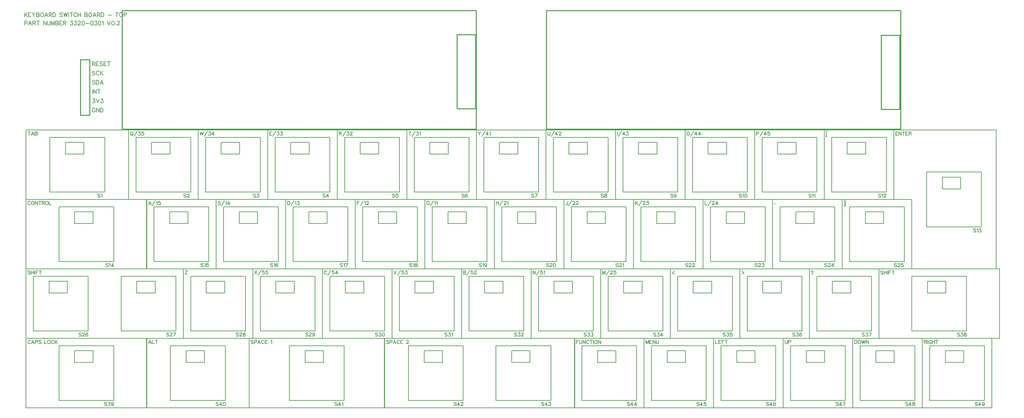
<source format=gto>
G04 Layer: TopSilkscreenLayer*
G04 EasyEDA v6.5.34, 2023-08-13 23:18:08*
G04 4af7dcaf46fa4c71bde35255d9dd92c6,5a6b42c53f6a479593ecc07194224c93,10*
G04 Gerber Generator version 0.2*
G04 Scale: 100 percent, Rotated: No, Reflected: No *
G04 Dimensions in millimeters *
G04 leading zeros omitted , absolute positions ,4 integer and 5 decimal *
%FSLAX45Y45*%
%MOMM*%

%ADD10C,0.2032*%
%ADD11C,0.1524*%
%ADD12C,0.1270*%
%ADD13C,0.2540*%

%LPD*%
D10*
X590550Y8076437D02*
G01*
X590550Y7980934D01*
X558800Y8076437D02*
G01*
X622554Y8076437D01*
X688847Y8076437D02*
G01*
X652526Y7980934D01*
X688847Y8076437D02*
G01*
X725170Y7980934D01*
X665987Y8012937D02*
G01*
X711454Y8012937D01*
X755142Y8076437D02*
G01*
X755142Y7980934D01*
X755142Y8076437D02*
G01*
X796036Y8076437D01*
X809752Y8071865D01*
X814323Y8067294D01*
X818895Y8058404D01*
X818895Y8049260D01*
X814323Y8040115D01*
X809752Y8035544D01*
X796036Y8030971D01*
X755142Y8030971D02*
G01*
X796036Y8030971D01*
X809752Y8026400D01*
X814323Y8022081D01*
X818895Y8012937D01*
X818895Y7999221D01*
X814323Y7990078D01*
X809752Y7985505D01*
X796036Y7980934D01*
X755142Y7980934D01*
X626871Y6148831D02*
G01*
X622554Y6157976D01*
X613410Y6166865D01*
X604265Y6171437D01*
X585978Y6171437D01*
X577087Y6166865D01*
X567944Y6157976D01*
X563371Y6148831D01*
X558800Y6135115D01*
X558800Y6112510D01*
X563371Y6098794D01*
X567944Y6089650D01*
X577087Y6080505D01*
X585978Y6075934D01*
X604265Y6075934D01*
X613410Y6080505D01*
X622554Y6089650D01*
X626871Y6098794D01*
X684276Y6171437D02*
G01*
X675131Y6166865D01*
X665987Y6157976D01*
X661415Y6148831D01*
X657097Y6135115D01*
X657097Y6112510D01*
X661415Y6098794D01*
X665987Y6089650D01*
X675131Y6080505D01*
X684276Y6075934D01*
X702310Y6075934D01*
X711454Y6080505D01*
X720597Y6089650D01*
X725170Y6098794D01*
X729742Y6112510D01*
X729742Y6135115D01*
X725170Y6148831D01*
X720597Y6157976D01*
X711454Y6166865D01*
X702310Y6171437D01*
X684276Y6171437D01*
X759713Y6171437D02*
G01*
X759713Y6075934D01*
X759713Y6171437D02*
G01*
X823468Y6075934D01*
X823468Y6171437D02*
G01*
X823468Y6075934D01*
X885189Y6171437D02*
G01*
X885189Y6075934D01*
X853439Y6171437D02*
G01*
X916939Y6171437D01*
X946912Y6171437D02*
G01*
X946912Y6075934D01*
X946912Y6171437D02*
G01*
X987805Y6171437D01*
X1001521Y6166865D01*
X1006094Y6162294D01*
X1010665Y6153404D01*
X1010665Y6144260D01*
X1006094Y6135115D01*
X1001521Y6130544D01*
X987805Y6125971D01*
X946912Y6125971D01*
X978915Y6125971D02*
G01*
X1010665Y6075934D01*
X1067815Y6171437D02*
G01*
X1058926Y6166865D01*
X1049781Y6157976D01*
X1045210Y6148831D01*
X1040637Y6135115D01*
X1040637Y6112510D01*
X1045210Y6098794D01*
X1049781Y6089650D01*
X1058926Y6080505D01*
X1067815Y6075934D01*
X1086104Y6075934D01*
X1095247Y6080505D01*
X1104137Y6089650D01*
X1108710Y6098794D01*
X1113281Y6112510D01*
X1113281Y6135115D01*
X1108710Y6148831D01*
X1104137Y6157976D01*
X1095247Y6166865D01*
X1086104Y6171437D01*
X1067815Y6171437D01*
X1143254Y6171437D02*
G01*
X1143254Y6075934D01*
X1143254Y6075934D02*
G01*
X1197863Y6075934D01*
X622554Y4252976D02*
G01*
X613410Y4261865D01*
X599694Y4266437D01*
X581405Y4266437D01*
X567944Y4261865D01*
X558800Y4252976D01*
X558800Y4243831D01*
X563371Y4234687D01*
X567944Y4230115D01*
X577087Y4225544D01*
X604265Y4216400D01*
X613410Y4212081D01*
X617981Y4207510D01*
X622554Y4198365D01*
X622554Y4184650D01*
X613410Y4175505D01*
X599694Y4170934D01*
X581405Y4170934D01*
X567944Y4175505D01*
X558800Y4184650D01*
X652526Y4266437D02*
G01*
X652526Y4170934D01*
X716026Y4266437D02*
G01*
X716026Y4170934D01*
X652526Y4220971D02*
G01*
X716026Y4220971D01*
X745997Y4266437D02*
G01*
X745997Y4170934D01*
X775970Y4266437D02*
G01*
X775970Y4170934D01*
X775970Y4266437D02*
G01*
X835152Y4266437D01*
X775970Y4220971D02*
G01*
X812545Y4220971D01*
X896873Y4266437D02*
G01*
X896873Y4170934D01*
X865123Y4266437D02*
G01*
X928878Y4266437D01*
X626871Y2338831D02*
G01*
X622554Y2347976D01*
X613410Y2356865D01*
X604265Y2361437D01*
X585978Y2361437D01*
X577087Y2356865D01*
X567944Y2347976D01*
X563371Y2338831D01*
X558800Y2325115D01*
X558800Y2302510D01*
X563371Y2288794D01*
X567944Y2279650D01*
X577087Y2270505D01*
X585978Y2265934D01*
X604265Y2265934D01*
X613410Y2270505D01*
X622554Y2279650D01*
X626871Y2288794D01*
X693420Y2361437D02*
G01*
X657097Y2265934D01*
X693420Y2361437D02*
G01*
X729742Y2265934D01*
X670560Y2297937D02*
G01*
X716026Y2297937D01*
X759713Y2361437D02*
G01*
X759713Y2265934D01*
X759713Y2361437D02*
G01*
X800607Y2361437D01*
X814323Y2356865D01*
X818895Y2352294D01*
X823468Y2343404D01*
X823468Y2329687D01*
X818895Y2320544D01*
X814323Y2315971D01*
X800607Y2311400D01*
X759713Y2311400D01*
X916939Y2347976D02*
G01*
X907795Y2356865D01*
X894334Y2361437D01*
X876045Y2361437D01*
X862329Y2356865D01*
X853439Y2347976D01*
X853439Y2338831D01*
X858012Y2329687D01*
X862329Y2325115D01*
X871473Y2320544D01*
X898905Y2311400D01*
X907795Y2307081D01*
X912368Y2302510D01*
X916939Y2293365D01*
X916939Y2279650D01*
X907795Y2270505D01*
X894334Y2265934D01*
X876045Y2265934D01*
X862329Y2270505D01*
X853439Y2279650D01*
X1017015Y2361437D02*
G01*
X1017015Y2265934D01*
X1017015Y2265934D02*
G01*
X1071626Y2265934D01*
X1128776Y2361437D02*
G01*
X1119631Y2356865D01*
X1110742Y2347976D01*
X1106170Y2338831D01*
X1101597Y2325115D01*
X1101597Y2302510D01*
X1106170Y2288794D01*
X1110742Y2279650D01*
X1119631Y2270505D01*
X1128776Y2265934D01*
X1147063Y2265934D01*
X1155954Y2270505D01*
X1165097Y2279650D01*
X1169670Y2288794D01*
X1174242Y2302510D01*
X1174242Y2325115D01*
X1169670Y2338831D01*
X1165097Y2347976D01*
X1155954Y2356865D01*
X1147063Y2361437D01*
X1128776Y2361437D01*
X1272539Y2338831D02*
G01*
X1267968Y2347976D01*
X1258823Y2356865D01*
X1249679Y2361437D01*
X1231645Y2361437D01*
X1222502Y2356865D01*
X1213357Y2347976D01*
X1208786Y2338831D01*
X1204213Y2325115D01*
X1204213Y2302510D01*
X1208786Y2288794D01*
X1213357Y2279650D01*
X1222502Y2270505D01*
X1231645Y2265934D01*
X1249679Y2265934D01*
X1258823Y2270505D01*
X1267968Y2279650D01*
X1272539Y2288794D01*
X1302512Y2361437D02*
G01*
X1302512Y2265934D01*
X1366012Y2361437D02*
G01*
X1302512Y2297937D01*
X1325118Y2320544D02*
G01*
X1366012Y2265934D01*
X3392677Y8076437D02*
G01*
X3383788Y8071865D01*
X3374643Y8062976D01*
X3370072Y8053831D01*
X3365500Y8040115D01*
X3365500Y8017510D01*
X3370072Y8003794D01*
X3374643Y7994650D01*
X3383788Y7985505D01*
X3392677Y7980934D01*
X3410965Y7980934D01*
X3420109Y7985505D01*
X3429254Y7994650D01*
X3433572Y8003794D01*
X3438143Y8017510D01*
X3438143Y8040115D01*
X3433572Y8053831D01*
X3429254Y8062976D01*
X3420109Y8071865D01*
X3410965Y8076437D01*
X3392677Y8076437D01*
X3406393Y7999221D02*
G01*
X3433572Y7972044D01*
X3550158Y8094726D02*
G01*
X3468115Y7949184D01*
X3589020Y8076437D02*
G01*
X3639058Y8076437D01*
X3611879Y8040115D01*
X3625595Y8040115D01*
X3634486Y8035544D01*
X3639058Y8030971D01*
X3643629Y8017510D01*
X3643629Y8008365D01*
X3639058Y7994650D01*
X3630168Y7985505D01*
X3616452Y7980934D01*
X3602736Y7980934D01*
X3589020Y7985505D01*
X3584702Y7990078D01*
X3580129Y7999221D01*
X3728211Y8076437D02*
G01*
X3682745Y8076437D01*
X3678174Y8035544D01*
X3682745Y8040115D01*
X3696461Y8044687D01*
X3709924Y8044687D01*
X3723640Y8040115D01*
X3732784Y8030971D01*
X3737356Y8017510D01*
X3737356Y8008365D01*
X3732784Y7994650D01*
X3723640Y7985505D01*
X3709924Y7980934D01*
X3696461Y7980934D01*
X3682745Y7985505D01*
X3678174Y7990078D01*
X3673602Y7999221D01*
X5270500Y8076437D02*
G01*
X5293106Y7980934D01*
X5315965Y8076437D02*
G01*
X5293106Y7980934D01*
X5315965Y8076437D02*
G01*
X5338572Y7980934D01*
X5361431Y8076437D02*
G01*
X5338572Y7980934D01*
X5473191Y8094726D02*
G01*
X5391404Y7949184D01*
X5512308Y8076437D02*
G01*
X5562345Y8076437D01*
X5535168Y8040115D01*
X5548629Y8040115D01*
X5557774Y8035544D01*
X5562345Y8030971D01*
X5566918Y8017510D01*
X5566918Y8008365D01*
X5562345Y7994650D01*
X5553202Y7985505D01*
X5539486Y7980934D01*
X5526024Y7980934D01*
X5512308Y7985505D01*
X5507736Y7990078D01*
X5503163Y7999221D01*
X5642356Y8076437D02*
G01*
X5596890Y8012937D01*
X5664961Y8012937D01*
X5642356Y8076437D02*
G01*
X5642356Y7980934D01*
X7175500Y8076437D02*
G01*
X7175500Y7980934D01*
X7175500Y8076437D02*
G01*
X7234681Y8076437D01*
X7175500Y8030971D02*
G01*
X7211822Y8030971D01*
X7175500Y7980934D02*
G01*
X7234681Y7980934D01*
X7346441Y8094726D02*
G01*
X7264654Y7949184D01*
X7385558Y8076437D02*
G01*
X7435595Y8076437D01*
X7408163Y8040115D01*
X7421879Y8040115D01*
X7431024Y8035544D01*
X7435595Y8030971D01*
X7440168Y8017510D01*
X7440168Y8008365D01*
X7435595Y7994650D01*
X7426452Y7985505D01*
X7412736Y7980934D01*
X7399020Y7980934D01*
X7385558Y7985505D01*
X7380986Y7990078D01*
X7376413Y7999221D01*
X7479029Y8076437D02*
G01*
X7529068Y8076437D01*
X7501890Y8040115D01*
X7515606Y8040115D01*
X7524495Y8035544D01*
X7529068Y8030971D01*
X7533640Y8017510D01*
X7533640Y8008365D01*
X7529068Y7994650D01*
X7519924Y7985505D01*
X7506461Y7980934D01*
X7492745Y7980934D01*
X7479029Y7985505D01*
X7474711Y7990078D01*
X7470140Y7999221D01*
X9080500Y8076437D02*
G01*
X9080500Y7980934D01*
X9080500Y8076437D02*
G01*
X9121393Y8076437D01*
X9135109Y8071865D01*
X9139681Y8067294D01*
X9144254Y8058404D01*
X9144254Y8049260D01*
X9139681Y8040115D01*
X9135109Y8035544D01*
X9121393Y8030971D01*
X9080500Y8030971D01*
X9112250Y8030971D02*
G01*
X9144254Y7980934D01*
X9256013Y8094726D02*
G01*
X9174225Y7949184D01*
X9295129Y8076437D02*
G01*
X9345168Y8076437D01*
X9317736Y8040115D01*
X9331452Y8040115D01*
X9340595Y8035544D01*
X9345168Y8030971D01*
X9349486Y8017510D01*
X9349486Y8008365D01*
X9345168Y7994650D01*
X9336024Y7985505D01*
X9322308Y7980934D01*
X9308591Y7980934D01*
X9295129Y7985505D01*
X9290558Y7990078D01*
X9285986Y7999221D01*
X9384029Y8053831D02*
G01*
X9384029Y8058404D01*
X9388602Y8067294D01*
X9393174Y8071865D01*
X9402318Y8076437D01*
X9420606Y8076437D01*
X9429495Y8071865D01*
X9434068Y8067294D01*
X9438640Y8058404D01*
X9438640Y8049260D01*
X9434068Y8040115D01*
X9424924Y8026400D01*
X9379711Y7980934D01*
X9443211Y7980934D01*
X3897122Y6171437D02*
G01*
X3860800Y6075934D01*
X3897122Y6171437D02*
G01*
X3933443Y6075934D01*
X3874515Y6107937D02*
G01*
X3919981Y6107937D01*
X4045458Y6189726D02*
G01*
X3963415Y6044184D01*
X4075429Y6153404D02*
G01*
X4084320Y6157976D01*
X4098036Y6171437D01*
X4098036Y6075934D01*
X4182618Y6171437D02*
G01*
X4137152Y6171437D01*
X4132579Y6130544D01*
X4137152Y6135115D01*
X4150868Y6139687D01*
X4164329Y6139687D01*
X4178045Y6135115D01*
X4187190Y6125971D01*
X4191761Y6112510D01*
X4191761Y6103365D01*
X4187190Y6089650D01*
X4178045Y6080505D01*
X4164329Y6075934D01*
X4150868Y6075934D01*
X4137152Y6080505D01*
X4132579Y6085078D01*
X4128008Y6094221D01*
X5829554Y6157976D02*
G01*
X5820409Y6166865D01*
X5806693Y6171437D01*
X5788406Y6171437D01*
X5774943Y6166865D01*
X5765800Y6157976D01*
X5765800Y6148831D01*
X5770372Y6139687D01*
X5774943Y6135115D01*
X5784088Y6130544D01*
X5811265Y6121400D01*
X5820409Y6117081D01*
X5824981Y6112510D01*
X5829554Y6103365D01*
X5829554Y6089650D01*
X5820409Y6080505D01*
X5806693Y6075934D01*
X5788406Y6075934D01*
X5774943Y6080505D01*
X5765800Y6089650D01*
X5941313Y6189726D02*
G01*
X5859525Y6044184D01*
X5971286Y6153404D02*
G01*
X5980429Y6157976D01*
X5993891Y6171437D01*
X5993891Y6075934D01*
X6069329Y6171437D02*
G01*
X6023863Y6107937D01*
X6092190Y6107937D01*
X6069329Y6171437D02*
G01*
X6069329Y6075934D01*
X7670800Y6171437D02*
G01*
X7670800Y6075934D01*
X7670800Y6171437D02*
G01*
X7702550Y6171437D01*
X7716265Y6166865D01*
X7725409Y6157976D01*
X7729981Y6148831D01*
X7734554Y6135115D01*
X7734554Y6112510D01*
X7729981Y6098794D01*
X7725409Y6089650D01*
X7716265Y6080505D01*
X7702550Y6075934D01*
X7670800Y6075934D01*
X7846313Y6189726D02*
G01*
X7764525Y6044184D01*
X7876286Y6153404D02*
G01*
X7885429Y6157976D01*
X7898891Y6171437D01*
X7898891Y6075934D01*
X7938008Y6171437D02*
G01*
X7988045Y6171437D01*
X7960868Y6135115D01*
X7974329Y6135115D01*
X7983474Y6130544D01*
X7988045Y6125971D01*
X7992618Y6112510D01*
X7992618Y6103365D01*
X7988045Y6089650D01*
X7978902Y6080505D01*
X7965440Y6075934D01*
X7951724Y6075934D01*
X7938008Y6080505D01*
X7933436Y6085078D01*
X7928863Y6094221D01*
X9575800Y6171437D02*
G01*
X9575800Y6075934D01*
X9575800Y6171437D02*
G01*
X9634981Y6171437D01*
X9575800Y6125971D02*
G01*
X9612122Y6125971D01*
X9746741Y6189726D02*
G01*
X9664954Y6044184D01*
X9776713Y6153404D02*
G01*
X9785858Y6157976D01*
X9799320Y6171437D01*
X9799320Y6075934D01*
X9833863Y6148831D02*
G01*
X9833863Y6153404D01*
X9838436Y6162294D01*
X9843008Y6166865D01*
X9852152Y6171437D01*
X9870440Y6171437D01*
X9879329Y6166865D01*
X9883902Y6162294D01*
X9888474Y6153404D01*
X9888474Y6144260D01*
X9883902Y6135115D01*
X9875011Y6121400D01*
X9829545Y6075934D01*
X9893045Y6075934D01*
X4927854Y4266437D02*
G01*
X4864100Y4170934D01*
X4864100Y4266437D02*
G01*
X4927854Y4266437D01*
X4864100Y4170934D02*
G01*
X4927854Y4170934D01*
X6769100Y4266437D02*
G01*
X6832854Y4170934D01*
X6832854Y4266437D02*
G01*
X6769100Y4170934D01*
X6944613Y4284726D02*
G01*
X6862825Y4139184D01*
X7029195Y4266437D02*
G01*
X6983729Y4266437D01*
X6979158Y4225544D01*
X6983729Y4230115D01*
X6997191Y4234687D01*
X7010908Y4234687D01*
X7024624Y4230115D01*
X7033768Y4220971D01*
X7038086Y4207510D01*
X7038086Y4198365D01*
X7033768Y4184650D01*
X7024624Y4175505D01*
X7010908Y4170934D01*
X6997191Y4170934D01*
X6983729Y4175505D01*
X6979158Y4180078D01*
X6974586Y4189221D01*
X7122668Y4266437D02*
G01*
X7077202Y4266437D01*
X7072629Y4225544D01*
X7077202Y4230115D01*
X7090918Y4234687D01*
X7104634Y4234687D01*
X7118095Y4230115D01*
X7127240Y4220971D01*
X7131811Y4207510D01*
X7131811Y4198365D01*
X7127240Y4184650D01*
X7118095Y4175505D01*
X7104634Y4170934D01*
X7090918Y4170934D01*
X7077202Y4175505D01*
X7072629Y4180078D01*
X7068311Y4189221D01*
X10579100Y4266437D02*
G01*
X10615422Y4170934D01*
X10651743Y4266437D02*
G01*
X10615422Y4170934D01*
X10763758Y4284726D02*
G01*
X10681715Y4139184D01*
X10848086Y4266437D02*
G01*
X10802620Y4266437D01*
X10798302Y4225544D01*
X10802620Y4230115D01*
X10816336Y4234687D01*
X10830052Y4234687D01*
X10843768Y4230115D01*
X10852658Y4220971D01*
X10857229Y4207510D01*
X10857229Y4198365D01*
X10852658Y4184650D01*
X10843768Y4175505D01*
X10830052Y4170934D01*
X10816336Y4170934D01*
X10802620Y4175505D01*
X10798302Y4180078D01*
X10793729Y4189221D01*
X10896345Y4266437D02*
G01*
X10946384Y4266437D01*
X10919206Y4230115D01*
X10932668Y4230115D01*
X10941811Y4225544D01*
X10946384Y4220971D01*
X10950956Y4207510D01*
X10950956Y4198365D01*
X10946384Y4184650D01*
X10937240Y4175505D01*
X10923524Y4170934D01*
X10910061Y4170934D01*
X10896345Y4175505D01*
X10891774Y4180078D01*
X10887202Y4189221D01*
X8742172Y4243831D02*
G01*
X8737854Y4252976D01*
X8728709Y4261865D01*
X8719565Y4266437D01*
X8701277Y4266437D01*
X8692388Y4261865D01*
X8683243Y4252976D01*
X8678672Y4243831D01*
X8674100Y4230115D01*
X8674100Y4207510D01*
X8678672Y4193794D01*
X8683243Y4184650D01*
X8692388Y4175505D01*
X8701277Y4170934D01*
X8719565Y4170934D01*
X8728709Y4175505D01*
X8737854Y4184650D01*
X8742172Y4193794D01*
X8854186Y4284726D02*
G01*
X8772397Y4139184D01*
X8938768Y4266437D02*
G01*
X8893302Y4266437D01*
X8888729Y4225544D01*
X8893302Y4230115D01*
X8906763Y4234687D01*
X8920479Y4234687D01*
X8934195Y4230115D01*
X8943086Y4220971D01*
X8947658Y4207510D01*
X8947658Y4198365D01*
X8943086Y4184650D01*
X8934195Y4175505D01*
X8920479Y4170934D01*
X8906763Y4170934D01*
X8893302Y4175505D01*
X8888729Y4180078D01*
X8884158Y4189221D01*
X9023095Y4266437D02*
G01*
X8977629Y4202937D01*
X9045956Y4202937D01*
X9023095Y4266437D02*
G01*
X9023095Y4170934D01*
X3897122Y2361437D02*
G01*
X3860800Y2265934D01*
X3897122Y2361437D02*
G01*
X3933443Y2265934D01*
X3874515Y2297937D02*
G01*
X3919981Y2297937D01*
X3963415Y2361437D02*
G01*
X3963415Y2265934D01*
X3963415Y2265934D02*
G01*
X4018025Y2265934D01*
X4080002Y2361437D02*
G01*
X4080002Y2265934D01*
X4047997Y2361437D02*
G01*
X4111752Y2361437D01*
X6731254Y2347976D02*
G01*
X6722109Y2356865D01*
X6708393Y2361437D01*
X6690106Y2361437D01*
X6676643Y2356865D01*
X6667500Y2347976D01*
X6667500Y2338831D01*
X6672072Y2329687D01*
X6676643Y2325115D01*
X6685788Y2320544D01*
X6712965Y2311400D01*
X6722109Y2307081D01*
X6726681Y2302510D01*
X6731254Y2293365D01*
X6731254Y2279650D01*
X6722109Y2270505D01*
X6708393Y2265934D01*
X6690106Y2265934D01*
X6676643Y2270505D01*
X6667500Y2279650D01*
X6761225Y2361437D02*
G01*
X6761225Y2265934D01*
X6761225Y2361437D02*
G01*
X6802120Y2361437D01*
X6815581Y2356865D01*
X6820154Y2352294D01*
X6824725Y2343404D01*
X6824725Y2329687D01*
X6820154Y2320544D01*
X6815581Y2315971D01*
X6802120Y2311400D01*
X6761225Y2311400D01*
X6891020Y2361437D02*
G01*
X6854697Y2265934D01*
X6891020Y2361437D02*
G01*
X6927595Y2265934D01*
X6868413Y2297937D02*
G01*
X6913879Y2297937D01*
X7025640Y2338831D02*
G01*
X7021068Y2347976D01*
X7011924Y2356865D01*
X7003034Y2361437D01*
X6984745Y2361437D01*
X6975602Y2356865D01*
X6966711Y2347976D01*
X6962140Y2338831D01*
X6957568Y2325115D01*
X6957568Y2302510D01*
X6962140Y2288794D01*
X6966711Y2279650D01*
X6975602Y2270505D01*
X6984745Y2265934D01*
X7003034Y2265934D01*
X7011924Y2270505D01*
X7021068Y2279650D01*
X7025640Y2288794D01*
X7055611Y2361437D02*
G01*
X7055611Y2265934D01*
X7055611Y2361437D02*
G01*
X7114793Y2361437D01*
X7055611Y2315971D02*
G01*
X7091934Y2315971D01*
X7055611Y2265934D02*
G01*
X7114793Y2265934D01*
X7214870Y2343404D02*
G01*
X7223759Y2347976D01*
X7237475Y2361437D01*
X7237475Y2265934D01*
X10439654Y2347976D02*
G01*
X10430509Y2356865D01*
X10416793Y2361437D01*
X10398506Y2361437D01*
X10385043Y2356865D01*
X10375900Y2347976D01*
X10375900Y2338831D01*
X10380472Y2329687D01*
X10385043Y2325115D01*
X10394188Y2320544D01*
X10421365Y2311400D01*
X10430509Y2307081D01*
X10435081Y2302510D01*
X10439654Y2293365D01*
X10439654Y2279650D01*
X10430509Y2270505D01*
X10416793Y2265934D01*
X10398506Y2265934D01*
X10385043Y2270505D01*
X10375900Y2279650D01*
X10469625Y2361437D02*
G01*
X10469625Y2265934D01*
X10469625Y2361437D02*
G01*
X10510520Y2361437D01*
X10523981Y2356865D01*
X10528554Y2352294D01*
X10533125Y2343404D01*
X10533125Y2329687D01*
X10528554Y2320544D01*
X10523981Y2315971D01*
X10510520Y2311400D01*
X10469625Y2311400D01*
X10599420Y2361437D02*
G01*
X10563097Y2265934D01*
X10599420Y2361437D02*
G01*
X10635995Y2265934D01*
X10576813Y2297937D02*
G01*
X10622279Y2297937D01*
X10734040Y2338831D02*
G01*
X10729468Y2347976D01*
X10720324Y2356865D01*
X10711434Y2361437D01*
X10693145Y2361437D01*
X10684002Y2356865D01*
X10675111Y2347976D01*
X10670540Y2338831D01*
X10665968Y2325115D01*
X10665968Y2302510D01*
X10670540Y2288794D01*
X10675111Y2279650D01*
X10684002Y2270505D01*
X10693145Y2265934D01*
X10711434Y2265934D01*
X10720324Y2270505D01*
X10729468Y2279650D01*
X10734040Y2288794D01*
X10764011Y2361437D02*
G01*
X10764011Y2265934D01*
X10764011Y2361437D02*
G01*
X10823193Y2361437D01*
X10764011Y2315971D02*
G01*
X10800334Y2315971D01*
X10764011Y2265934D02*
G01*
X10823193Y2265934D01*
X10927841Y2338831D02*
G01*
X10927841Y2343404D01*
X10932159Y2352294D01*
X10936731Y2356865D01*
X10945875Y2361437D01*
X10964163Y2361437D01*
X10973054Y2356865D01*
X10977625Y2352294D01*
X10982197Y2343404D01*
X10982197Y2334260D01*
X10977625Y2325115D01*
X10968736Y2311400D01*
X10923270Y2265934D01*
X10986770Y2265934D01*
X17481550Y2361437D02*
G01*
X17481550Y2265934D01*
X17481550Y2361437D02*
G01*
X17517872Y2265934D01*
X17554193Y2361437D02*
G01*
X17517872Y2265934D01*
X17554193Y2361437D02*
G01*
X17554193Y2265934D01*
X17584166Y2361437D02*
G01*
X17584166Y2265934D01*
X17584166Y2361437D02*
G01*
X17643348Y2361437D01*
X17584166Y2315971D02*
G01*
X17620741Y2315971D01*
X17584166Y2265934D02*
G01*
X17643348Y2265934D01*
X17673320Y2361437D02*
G01*
X17673320Y2265934D01*
X17673320Y2361437D02*
G01*
X17737074Y2265934D01*
X17737074Y2361437D02*
G01*
X17737074Y2265934D01*
X17767045Y2361437D02*
G01*
X17767045Y2293365D01*
X17771618Y2279650D01*
X17780761Y2270505D01*
X17794224Y2265934D01*
X17803368Y2265934D01*
X17817084Y2270505D01*
X17825974Y2279650D01*
X17830545Y2293365D01*
X17830545Y2361437D01*
X15576550Y2361437D02*
G01*
X15576550Y2265934D01*
X15576550Y2361437D02*
G01*
X15635731Y2361437D01*
X15576550Y2315971D02*
G01*
X15612872Y2315971D01*
X15665704Y2361437D02*
G01*
X15665704Y2293365D01*
X15670275Y2279650D01*
X15679166Y2270505D01*
X15692881Y2265934D01*
X15702025Y2265934D01*
X15715741Y2270505D01*
X15724631Y2279650D01*
X15729204Y2293365D01*
X15729204Y2361437D01*
X15759175Y2361437D02*
G01*
X15759175Y2265934D01*
X15759175Y2361437D02*
G01*
X15822929Y2265934D01*
X15822929Y2361437D02*
G01*
X15822929Y2265934D01*
X15920974Y2338831D02*
G01*
X15916656Y2347976D01*
X15907511Y2356865D01*
X15898368Y2361437D01*
X15880079Y2361437D01*
X15871190Y2356865D01*
X15862045Y2347976D01*
X15857474Y2338831D01*
X15852902Y2325115D01*
X15852902Y2302510D01*
X15857474Y2288794D01*
X15862045Y2279650D01*
X15871190Y2270505D01*
X15880079Y2265934D01*
X15898368Y2265934D01*
X15907511Y2270505D01*
X15916656Y2279650D01*
X15920974Y2288794D01*
X15982950Y2361437D02*
G01*
X15982950Y2265934D01*
X15951200Y2361437D02*
G01*
X16014700Y2361437D01*
X16044672Y2361437D02*
G01*
X16044672Y2265934D01*
X16102075Y2361437D02*
G01*
X16092931Y2356865D01*
X16083788Y2347976D01*
X16079216Y2338831D01*
X16074643Y2325115D01*
X16074643Y2302510D01*
X16079216Y2288794D01*
X16083788Y2279650D01*
X16092931Y2270505D01*
X16102075Y2265934D01*
X16120109Y2265934D01*
X16129254Y2270505D01*
X16138397Y2279650D01*
X16142970Y2288794D01*
X16147541Y2302510D01*
X16147541Y2325115D01*
X16142970Y2338831D01*
X16138397Y2347976D01*
X16129254Y2356865D01*
X16120109Y2361437D01*
X16102075Y2361437D01*
X16177513Y2361437D02*
G01*
X16177513Y2265934D01*
X16177513Y2361437D02*
G01*
X16241013Y2265934D01*
X16241013Y2361437D02*
G01*
X16241013Y2265934D01*
X21291550Y2361437D02*
G01*
X21291550Y2293365D01*
X21296122Y2279650D01*
X21305266Y2270505D01*
X21318727Y2265934D01*
X21327872Y2265934D01*
X21341588Y2270505D01*
X21350731Y2279650D01*
X21355304Y2293365D01*
X21355304Y2361437D01*
X21385275Y2361437D02*
G01*
X21385275Y2265934D01*
X21385275Y2361437D02*
G01*
X21426170Y2361437D01*
X21439631Y2356865D01*
X21444204Y2352294D01*
X21448775Y2343404D01*
X21448775Y2329687D01*
X21444204Y2320544D01*
X21439631Y2315971D01*
X21426170Y2311400D01*
X21385275Y2311400D01*
X19386550Y2361437D02*
G01*
X19386550Y2265934D01*
X19386550Y2265934D02*
G01*
X19441159Y2265934D01*
X19471131Y2361437D02*
G01*
X19471131Y2265934D01*
X19471131Y2361437D02*
G01*
X19530059Y2361437D01*
X19471131Y2315971D02*
G01*
X19507454Y2315971D01*
X19471131Y2265934D02*
G01*
X19530059Y2265934D01*
X19560286Y2361437D02*
G01*
X19560286Y2265934D01*
X19560286Y2361437D02*
G01*
X19619213Y2361437D01*
X19560286Y2315971D02*
G01*
X19596608Y2315971D01*
X19681190Y2361437D02*
G01*
X19681190Y2265934D01*
X19649186Y2361437D02*
G01*
X19712940Y2361437D01*
X25101550Y2361437D02*
G01*
X25101550Y2265934D01*
X25101550Y2361437D02*
G01*
X25142443Y2361437D01*
X25156159Y2356865D01*
X25160731Y2352294D01*
X25165304Y2343404D01*
X25165304Y2334260D01*
X25160731Y2325115D01*
X25156159Y2320544D01*
X25142443Y2315971D01*
X25101550Y2315971D01*
X25133300Y2315971D02*
G01*
X25165304Y2265934D01*
X25195275Y2361437D02*
G01*
X25195275Y2265934D01*
X25293320Y2338831D02*
G01*
X25288748Y2347976D01*
X25279858Y2356865D01*
X25270713Y2361437D01*
X25252425Y2361437D01*
X25243281Y2356865D01*
X25234391Y2347976D01*
X25229820Y2338831D01*
X25225248Y2325115D01*
X25225248Y2302510D01*
X25229820Y2288794D01*
X25234391Y2279650D01*
X25243281Y2270505D01*
X25252425Y2265934D01*
X25270713Y2265934D01*
X25279858Y2270505D01*
X25288748Y2279650D01*
X25293320Y2288794D01*
X25293320Y2302510D01*
X25270713Y2302510D02*
G01*
X25293320Y2302510D01*
X25323291Y2361437D02*
G01*
X25323291Y2265934D01*
X25387045Y2361437D02*
G01*
X25387045Y2265934D01*
X25323291Y2315971D02*
G01*
X25387045Y2315971D01*
X25448768Y2361437D02*
G01*
X25448768Y2265934D01*
X25417018Y2361437D02*
G01*
X25480518Y2361437D01*
X23196550Y2361437D02*
G01*
X23196550Y2265934D01*
X23196550Y2361437D02*
G01*
X23228300Y2361437D01*
X23242016Y2356865D01*
X23251159Y2347976D01*
X23255731Y2338831D01*
X23260304Y2325115D01*
X23260304Y2302510D01*
X23255731Y2288794D01*
X23251159Y2279650D01*
X23242016Y2270505D01*
X23228300Y2265934D01*
X23196550Y2265934D01*
X23317454Y2361437D02*
G01*
X23308309Y2356865D01*
X23299166Y2347976D01*
X23294848Y2338831D01*
X23290275Y2325115D01*
X23290275Y2302510D01*
X23294848Y2288794D01*
X23299166Y2279650D01*
X23308309Y2270505D01*
X23317454Y2265934D01*
X23335741Y2265934D01*
X23344631Y2270505D01*
X23353775Y2279650D01*
X23358348Y2288794D01*
X23362920Y2302510D01*
X23362920Y2325115D01*
X23358348Y2338831D01*
X23353775Y2347976D01*
X23344631Y2356865D01*
X23335741Y2361437D01*
X23317454Y2361437D01*
X23392891Y2361437D02*
G01*
X23415752Y2265934D01*
X23438358Y2361437D02*
G01*
X23415752Y2265934D01*
X23438358Y2361437D02*
G01*
X23461218Y2265934D01*
X23483824Y2361437D02*
G01*
X23461218Y2265934D01*
X23513795Y2361437D02*
G01*
X23513795Y2265934D01*
X23513795Y2361437D02*
G01*
X23577550Y2265934D01*
X23577550Y2361437D02*
G01*
X23577550Y2265934D01*
X14389100Y4266437D02*
G01*
X14389100Y4170934D01*
X14389100Y4266437D02*
G01*
X14452854Y4170934D01*
X14452854Y4266437D02*
G01*
X14452854Y4170934D01*
X14564613Y4284726D02*
G01*
X14482825Y4139184D01*
X14649195Y4266437D02*
G01*
X14603729Y4266437D01*
X14599158Y4225544D01*
X14603729Y4230115D01*
X14617191Y4234687D01*
X14630908Y4234687D01*
X14644624Y4230115D01*
X14653768Y4220971D01*
X14658086Y4207510D01*
X14658086Y4198365D01*
X14653768Y4184650D01*
X14644624Y4175505D01*
X14630908Y4170934D01*
X14617191Y4170934D01*
X14603729Y4175505D01*
X14599158Y4180078D01*
X14594586Y4189221D01*
X14688311Y4248404D02*
G01*
X14697202Y4252976D01*
X14710918Y4266437D01*
X14710918Y4170934D01*
X12484100Y4266437D02*
G01*
X12484100Y4170934D01*
X12484100Y4266437D02*
G01*
X12524993Y4266437D01*
X12538709Y4261865D01*
X12543281Y4257294D01*
X12547854Y4248404D01*
X12547854Y4239260D01*
X12543281Y4230115D01*
X12538709Y4225544D01*
X12524993Y4220971D01*
X12484100Y4220971D02*
G01*
X12524993Y4220971D01*
X12538709Y4216400D01*
X12543281Y4212081D01*
X12547854Y4202937D01*
X12547854Y4189221D01*
X12543281Y4180078D01*
X12538709Y4175505D01*
X12524993Y4170934D01*
X12484100Y4170934D01*
X12659613Y4284726D02*
G01*
X12577825Y4139184D01*
X12744195Y4266437D02*
G01*
X12698729Y4266437D01*
X12694158Y4225544D01*
X12698729Y4230115D01*
X12712191Y4234687D01*
X12725908Y4234687D01*
X12739624Y4230115D01*
X12748768Y4220971D01*
X12753086Y4207510D01*
X12753086Y4198365D01*
X12748768Y4184650D01*
X12739624Y4175505D01*
X12725908Y4170934D01*
X12712191Y4170934D01*
X12698729Y4175505D01*
X12694158Y4180078D01*
X12689586Y4189221D01*
X12787629Y4243831D02*
G01*
X12787629Y4248404D01*
X12792202Y4257294D01*
X12796774Y4261865D01*
X12805918Y4266437D01*
X12824206Y4266437D01*
X12833095Y4261865D01*
X12837668Y4257294D01*
X12842240Y4248404D01*
X12842240Y4239260D01*
X12837668Y4230115D01*
X12828524Y4216400D01*
X12783311Y4170934D01*
X12846811Y4170934D01*
X18271743Y4252976D02*
G01*
X18199100Y4212081D01*
X18271743Y4170934D01*
X16294100Y4266437D02*
G01*
X16294100Y4170934D01*
X16294100Y4266437D02*
G01*
X16330422Y4170934D01*
X16366743Y4266437D02*
G01*
X16330422Y4170934D01*
X16366743Y4266437D02*
G01*
X16366743Y4170934D01*
X16478758Y4284726D02*
G01*
X16396716Y4139184D01*
X16513302Y4243831D02*
G01*
X16513302Y4248404D01*
X16517620Y4257294D01*
X16522191Y4261865D01*
X16531336Y4266437D01*
X16549624Y4266437D01*
X16558768Y4261865D01*
X16563086Y4257294D01*
X16567658Y4248404D01*
X16567658Y4239260D01*
X16563086Y4230115D01*
X16554195Y4216400D01*
X16508729Y4170934D01*
X16572229Y4170934D01*
X16656811Y4266437D02*
G01*
X16611345Y4266437D01*
X16606774Y4225544D01*
X16611345Y4230115D01*
X16625061Y4234687D01*
X16638524Y4234687D01*
X16652240Y4230115D01*
X16661384Y4220971D01*
X16665956Y4207510D01*
X16665956Y4198365D01*
X16661384Y4184650D01*
X16652240Y4175505D01*
X16638524Y4170934D01*
X16625061Y4170934D01*
X16611345Y4175505D01*
X16606774Y4180078D01*
X16602202Y4189221D01*
X22009097Y4243831D02*
G01*
X22009097Y4248404D01*
X22013669Y4257294D01*
X22018241Y4261865D01*
X22027385Y4266437D01*
X22045419Y4266437D01*
X22054563Y4261865D01*
X22059135Y4257294D01*
X22063707Y4248404D01*
X22063707Y4239260D01*
X22059135Y4230115D01*
X22054563Y4225544D01*
X22036275Y4216400D01*
X22036275Y4202937D01*
X22036275Y4180078D02*
G01*
X22031703Y4175505D01*
X22036275Y4170934D01*
X22040847Y4175505D01*
X22036275Y4180078D01*
X20104097Y4252976D02*
G01*
X20176741Y4212081D01*
X20104097Y4170934D01*
X23976327Y4252976D02*
G01*
X23967183Y4261865D01*
X23953467Y4266437D01*
X23935433Y4266437D01*
X23921717Y4261865D01*
X23912573Y4252976D01*
X23912573Y4243831D01*
X23917145Y4234687D01*
X23921717Y4230115D01*
X23930861Y4225544D01*
X23958039Y4216400D01*
X23967183Y4212081D01*
X23971755Y4207510D01*
X23976327Y4198365D01*
X23976327Y4184650D01*
X23967183Y4175505D01*
X23953467Y4170934D01*
X23935433Y4170934D01*
X23921717Y4175505D01*
X23912573Y4184650D01*
X24006299Y4266437D02*
G01*
X24006299Y4170934D01*
X24069799Y4266437D02*
G01*
X24069799Y4170934D01*
X24006299Y4220971D02*
G01*
X24069799Y4220971D01*
X24099771Y4266437D02*
G01*
X24099771Y4170934D01*
X24129997Y4266437D02*
G01*
X24129997Y4170934D01*
X24129997Y4266437D02*
G01*
X24188925Y4266437D01*
X24129997Y4220971D02*
G01*
X24166319Y4220971D01*
X24250901Y4266437D02*
G01*
X24250901Y4170934D01*
X24218897Y4266437D02*
G01*
X24282651Y4266437D01*
X13385800Y6171437D02*
G01*
X13385800Y6075934D01*
X13449554Y6171437D02*
G01*
X13449554Y6075934D01*
X13385800Y6125971D02*
G01*
X13449554Y6125971D01*
X13561313Y6189726D02*
G01*
X13479525Y6044184D01*
X13595858Y6148831D02*
G01*
X13595858Y6153404D01*
X13600429Y6162294D01*
X13605002Y6166865D01*
X13613891Y6171437D01*
X13632179Y6171437D01*
X13641324Y6166865D01*
X13645895Y6162294D01*
X13650468Y6153404D01*
X13650468Y6144260D01*
X13645895Y6135115D01*
X13636752Y6121400D01*
X13591286Y6075934D01*
X13654786Y6075934D01*
X13685011Y6153404D02*
G01*
X13693902Y6157976D01*
X13707618Y6171437D01*
X13707618Y6075934D01*
X11548872Y6148831D02*
G01*
X11544554Y6157976D01*
X11535409Y6166865D01*
X11526265Y6171437D01*
X11507977Y6171437D01*
X11499088Y6166865D01*
X11489943Y6157976D01*
X11485372Y6148831D01*
X11480800Y6135115D01*
X11480800Y6112510D01*
X11485372Y6098794D01*
X11489943Y6089650D01*
X11499088Y6080505D01*
X11507977Y6075934D01*
X11526265Y6075934D01*
X11535409Y6080505D01*
X11544554Y6089650D01*
X11548872Y6098794D01*
X11548872Y6112510D01*
X11526265Y6112510D02*
G01*
X11548872Y6112510D01*
X11660886Y6189726D02*
G01*
X11579097Y6044184D01*
X11690858Y6153404D02*
G01*
X11700002Y6157976D01*
X11713463Y6171437D01*
X11713463Y6075934D01*
X11743436Y6153404D02*
G01*
X11752579Y6157976D01*
X11766295Y6171437D01*
X11766295Y6075934D01*
X17195800Y6171437D02*
G01*
X17195800Y6075934D01*
X17259554Y6171437D02*
G01*
X17195800Y6107937D01*
X17218406Y6130544D02*
G01*
X17259554Y6075934D01*
X17371313Y6189726D02*
G01*
X17289525Y6044184D01*
X17405858Y6148831D02*
G01*
X17405858Y6153404D01*
X17410429Y6162294D01*
X17415002Y6166865D01*
X17423891Y6171437D01*
X17442179Y6171437D01*
X17451324Y6166865D01*
X17455895Y6162294D01*
X17460468Y6153404D01*
X17460468Y6144260D01*
X17455895Y6135115D01*
X17446752Y6121400D01*
X17401286Y6075934D01*
X17464786Y6075934D01*
X17503902Y6171437D02*
G01*
X17553940Y6171437D01*
X17526761Y6135115D01*
X17540224Y6135115D01*
X17549368Y6130544D01*
X17553940Y6125971D01*
X17558511Y6112510D01*
X17558511Y6103365D01*
X17553940Y6089650D01*
X17544795Y6080505D01*
X17531334Y6075934D01*
X17517618Y6075934D01*
X17503902Y6080505D01*
X17499329Y6085078D01*
X17495011Y6094221D01*
X15336266Y6171437D02*
G01*
X15336266Y6098794D01*
X15331693Y6085078D01*
X15327122Y6080505D01*
X15317977Y6075934D01*
X15309088Y6075934D01*
X15299943Y6080505D01*
X15295372Y6085078D01*
X15290800Y6098794D01*
X15290800Y6107937D01*
X15448025Y6189726D02*
G01*
X15366238Y6044184D01*
X15482570Y6148831D02*
G01*
X15482570Y6153404D01*
X15487141Y6162294D01*
X15491713Y6166865D01*
X15500858Y6171437D01*
X15518891Y6171437D01*
X15528036Y6166865D01*
X15532608Y6162294D01*
X15537179Y6153404D01*
X15537179Y6144260D01*
X15532608Y6135115D01*
X15523463Y6121400D01*
X15477997Y6075934D01*
X15541752Y6075934D01*
X15576295Y6148831D02*
G01*
X15576295Y6153404D01*
X15580868Y6162294D01*
X15585440Y6166865D01*
X15594329Y6171437D01*
X15612618Y6171437D01*
X15621761Y6166865D01*
X15626334Y6162294D01*
X15630906Y6153404D01*
X15630906Y6144260D01*
X15626334Y6135115D01*
X15617190Y6121400D01*
X15571724Y6075934D01*
X15635224Y6075934D01*
X21010372Y6130544D02*
G01*
X21005800Y6125971D01*
X21010372Y6121400D01*
X21014943Y6125971D01*
X21010372Y6130544D01*
X21010372Y6098794D02*
G01*
X21005800Y6094221D01*
X21010372Y6089650D01*
X21014943Y6094221D01*
X21010372Y6098794D01*
X19100800Y6171437D02*
G01*
X19100800Y6075934D01*
X19100800Y6075934D02*
G01*
X19155409Y6075934D01*
X19267170Y6189726D02*
G01*
X19185381Y6044184D01*
X19301713Y6148831D02*
G01*
X19301713Y6153404D01*
X19306286Y6162294D01*
X19310858Y6166865D01*
X19320002Y6171437D01*
X19338036Y6171437D01*
X19347179Y6166865D01*
X19351752Y6162294D01*
X19356324Y6153404D01*
X19356324Y6144260D01*
X19351752Y6135115D01*
X19342608Y6121400D01*
X19297141Y6075934D01*
X19360895Y6075934D01*
X19436334Y6171437D02*
G01*
X19390868Y6107937D01*
X19458940Y6107937D01*
X19436334Y6171437D02*
G01*
X19436334Y6075934D01*
X22937977Y6189726D02*
G01*
X22937977Y6044184D01*
X22942550Y6189726D02*
G01*
X22942550Y6044184D01*
X22910800Y6189726D02*
G01*
X22942550Y6189726D01*
X22910800Y6044184D02*
G01*
X22942550Y6044184D01*
X12890500Y8076437D02*
G01*
X12926822Y8030971D01*
X12926822Y7980934D01*
X12963143Y8076437D02*
G01*
X12926822Y8030971D01*
X13075158Y8094726D02*
G01*
X12993115Y7949184D01*
X13150595Y8076437D02*
G01*
X13105129Y8012937D01*
X13173202Y8012937D01*
X13150595Y8076437D02*
G01*
X13150595Y7980934D01*
X13203174Y8058404D02*
G01*
X13212318Y8062976D01*
X13226034Y8076437D01*
X13226034Y7980934D01*
X11017250Y8076437D02*
G01*
X11017250Y7980934D01*
X10985500Y8076437D02*
G01*
X11049254Y8076437D01*
X11161013Y8094726D02*
G01*
X11079225Y7949184D01*
X11200129Y8076437D02*
G01*
X11250168Y8076437D01*
X11222736Y8040115D01*
X11236452Y8040115D01*
X11245595Y8035544D01*
X11250168Y8030971D01*
X11254486Y8017510D01*
X11254486Y8008365D01*
X11250168Y7994650D01*
X11241024Y7985505D01*
X11227308Y7980934D01*
X11213591Y7980934D01*
X11200129Y7985505D01*
X11195558Y7990078D01*
X11190986Y7999221D01*
X11284711Y8058404D02*
G01*
X11293602Y8062976D01*
X11307318Y8076437D01*
X11307318Y7980934D01*
X16700500Y8076437D02*
G01*
X16700500Y7980934D01*
X16812259Y8094726D02*
G01*
X16730472Y7949184D01*
X16887698Y8076437D02*
G01*
X16842231Y8012937D01*
X16910558Y8012937D01*
X16887698Y8076437D02*
G01*
X16887698Y7980934D01*
X16949674Y8076437D02*
G01*
X16999711Y8076437D01*
X16972279Y8040115D01*
X16985995Y8040115D01*
X16995140Y8035544D01*
X16999711Y8030971D01*
X17004029Y8017510D01*
X17004029Y8008365D01*
X16999711Y7994650D01*
X16990568Y7985505D01*
X16976852Y7980934D01*
X16963136Y7980934D01*
X16949674Y7985505D01*
X16945102Y7990078D01*
X16940529Y7999221D01*
X14795500Y8076437D02*
G01*
X14795500Y8008365D01*
X14800072Y7994650D01*
X14809216Y7985505D01*
X14822677Y7980934D01*
X14831822Y7980934D01*
X14845538Y7985505D01*
X14854681Y7994650D01*
X14859254Y8008365D01*
X14859254Y8076437D01*
X14971013Y8094726D02*
G01*
X14889225Y7949184D01*
X15046452Y8076437D02*
G01*
X15000986Y8012937D01*
X15069058Y8012937D01*
X15046452Y8076437D02*
G01*
X15046452Y7980934D01*
X15103602Y8053831D02*
G01*
X15103602Y8058404D01*
X15108174Y8067294D01*
X15112745Y8071865D01*
X15121890Y8076437D01*
X15139924Y8076437D01*
X15149068Y8071865D01*
X15153640Y8067294D01*
X15158211Y8058404D01*
X15158211Y8049260D01*
X15153640Y8040115D01*
X15144495Y8026400D01*
X15099029Y7980934D01*
X15162784Y7980934D01*
X20510500Y8076437D02*
G01*
X20510500Y7980934D01*
X20510500Y8076437D02*
G01*
X20551393Y8076437D01*
X20565109Y8071865D01*
X20569681Y8067294D01*
X20574254Y8058404D01*
X20574254Y8044687D01*
X20569681Y8035544D01*
X20565109Y8030971D01*
X20551393Y8026400D01*
X20510500Y8026400D01*
X20686013Y8094726D02*
G01*
X20604225Y7949184D01*
X20761452Y8076437D02*
G01*
X20715986Y8012937D01*
X20784058Y8012937D01*
X20761452Y8076437D02*
G01*
X20761452Y7980934D01*
X20868640Y8076437D02*
G01*
X20823174Y8076437D01*
X20818602Y8035544D01*
X20823174Y8040115D01*
X20836890Y8044687D01*
X20850606Y8044687D01*
X20864068Y8040115D01*
X20873211Y8030971D01*
X20877784Y8017510D01*
X20877784Y8008365D01*
X20873211Y7994650D01*
X20864068Y7985505D01*
X20850606Y7980934D01*
X20836890Y7980934D01*
X20823174Y7985505D01*
X20818602Y7990078D01*
X20814029Y7999221D01*
X18632677Y8076437D02*
G01*
X18623788Y8071865D01*
X18614643Y8062976D01*
X18610072Y8053831D01*
X18605500Y8040115D01*
X18605500Y8017510D01*
X18610072Y8003794D01*
X18614643Y7994650D01*
X18623788Y7985505D01*
X18632677Y7980934D01*
X18650966Y7980934D01*
X18660109Y7985505D01*
X18669254Y7994650D01*
X18673572Y8003794D01*
X18678143Y8017510D01*
X18678143Y8040115D01*
X18673572Y8053831D01*
X18669254Y8062976D01*
X18660109Y8071865D01*
X18650966Y8076437D01*
X18632677Y8076437D01*
X18790158Y8094726D02*
G01*
X18708116Y7949184D01*
X18865595Y8076437D02*
G01*
X18820129Y8012937D01*
X18888202Y8012937D01*
X18865595Y8076437D02*
G01*
X18865595Y7980934D01*
X18963640Y8076437D02*
G01*
X18918174Y8012937D01*
X18986500Y8012937D01*
X18963640Y8076437D02*
G01*
X18963640Y7980934D01*
X24320500Y8076437D02*
G01*
X24320500Y7980934D01*
X24320500Y8076437D02*
G01*
X24379681Y8076437D01*
X24320500Y8030971D02*
G01*
X24356822Y8030971D01*
X24320500Y7980934D02*
G01*
X24379681Y7980934D01*
X24409654Y8076437D02*
G01*
X24409654Y7980934D01*
X24409654Y8076437D02*
G01*
X24473154Y7980934D01*
X24473154Y8076437D02*
G01*
X24473154Y7980934D01*
X24535129Y8076437D02*
G01*
X24535129Y7980934D01*
X24503125Y8076437D02*
G01*
X24566879Y8076437D01*
X24596852Y8076437D02*
G01*
X24596852Y7980934D01*
X24596852Y8076437D02*
G01*
X24656034Y8076437D01*
X24596852Y8030971D02*
G01*
X24633174Y8030971D01*
X24596852Y7980934D02*
G01*
X24656034Y7980934D01*
X24686006Y8076437D02*
G01*
X24686006Y7980934D01*
X24686006Y8076437D02*
G01*
X24726900Y8076437D01*
X24740616Y8071865D01*
X24744934Y8067294D01*
X24749506Y8058404D01*
X24749506Y8049260D01*
X24744934Y8040115D01*
X24740616Y8035544D01*
X24726900Y8030971D01*
X24686006Y8030971D01*
X24717756Y8030971D02*
G01*
X24749506Y7980934D01*
X22415500Y8094726D02*
G01*
X22415500Y7949184D01*
X22420072Y8094726D02*
G01*
X22420072Y7949184D01*
X22415500Y8094726D02*
G01*
X22447250Y8094726D01*
X22415500Y7949184D02*
G01*
X22447250Y7949184D01*
D11*
X469900Y11342115D02*
G01*
X469900Y11233150D01*
X542544Y11342115D02*
G01*
X469900Y11269471D01*
X495807Y11295379D02*
G01*
X542544Y11233150D01*
X576834Y11342115D02*
G01*
X576834Y11233150D01*
X576834Y11342115D02*
G01*
X644397Y11342115D01*
X576834Y11290300D02*
G01*
X618489Y11290300D01*
X576834Y11233150D02*
G01*
X644397Y11233150D01*
X678687Y11342115D02*
G01*
X720344Y11290300D01*
X720344Y11233150D01*
X762000Y11342115D02*
G01*
X720344Y11290300D01*
X796289Y11342115D02*
G01*
X796289Y11233150D01*
X796289Y11342115D02*
G01*
X843026Y11342115D01*
X858520Y11337036D01*
X863600Y11331702D01*
X868934Y11321287D01*
X868934Y11310874D01*
X863600Y11300460D01*
X858520Y11295379D01*
X843026Y11290300D01*
X796289Y11290300D02*
G01*
X843026Y11290300D01*
X858520Y11284965D01*
X863600Y11279886D01*
X868934Y11269471D01*
X868934Y11253724D01*
X863600Y11243310D01*
X858520Y11238229D01*
X843026Y11233150D01*
X796289Y11233150D01*
X934465Y11342115D02*
G01*
X924052Y11337036D01*
X913637Y11326621D01*
X908304Y11316208D01*
X903223Y11300460D01*
X903223Y11274552D01*
X908304Y11259058D01*
X913637Y11248644D01*
X924052Y11238229D01*
X934465Y11233150D01*
X955039Y11233150D01*
X965454Y11238229D01*
X975868Y11248644D01*
X981202Y11259058D01*
X986281Y11274552D01*
X986281Y11300460D01*
X981202Y11316208D01*
X975868Y11326621D01*
X965454Y11337036D01*
X955039Y11342115D01*
X934465Y11342115D01*
X1062228Y11342115D02*
G01*
X1020571Y11233150D01*
X1062228Y11342115D02*
G01*
X1103629Y11233150D01*
X1036320Y11269471D02*
G01*
X1088136Y11269471D01*
X1137920Y11342115D02*
G01*
X1137920Y11233150D01*
X1137920Y11342115D02*
G01*
X1184910Y11342115D01*
X1200404Y11337036D01*
X1205484Y11331702D01*
X1210818Y11321287D01*
X1210818Y11310874D01*
X1205484Y11300460D01*
X1200404Y11295379D01*
X1184910Y11290300D01*
X1137920Y11290300D01*
X1174495Y11290300D02*
G01*
X1210818Y11233150D01*
X1245107Y11342115D02*
G01*
X1245107Y11233150D01*
X1245107Y11342115D02*
G01*
X1281429Y11342115D01*
X1296923Y11337036D01*
X1307337Y11326621D01*
X1312671Y11316208D01*
X1317752Y11300460D01*
X1317752Y11274552D01*
X1312671Y11259058D01*
X1307337Y11248644D01*
X1296923Y11238229D01*
X1281429Y11233150D01*
X1245107Y11233150D01*
X1504950Y11326621D02*
G01*
X1494536Y11337036D01*
X1478787Y11342115D01*
X1457960Y11342115D01*
X1442465Y11337036D01*
X1432052Y11326621D01*
X1432052Y11316208D01*
X1437386Y11305794D01*
X1442465Y11300460D01*
X1452879Y11295379D01*
X1484121Y11284965D01*
X1494536Y11279886D01*
X1499615Y11274552D01*
X1504950Y11264137D01*
X1504950Y11248644D01*
X1494536Y11238229D01*
X1478787Y11233150D01*
X1457960Y11233150D01*
X1442465Y11238229D01*
X1432052Y11248644D01*
X1539239Y11342115D02*
G01*
X1565147Y11233150D01*
X1591055Y11342115D02*
G01*
X1565147Y11233150D01*
X1591055Y11342115D02*
G01*
X1616963Y11233150D01*
X1643126Y11342115D02*
G01*
X1616963Y11233150D01*
X1677415Y11342115D02*
G01*
X1677415Y11233150D01*
X1748028Y11342115D02*
G01*
X1748028Y11233150D01*
X1711705Y11342115D02*
G01*
X1784350Y11342115D01*
X1896618Y11316208D02*
G01*
X1891284Y11326621D01*
X1880870Y11337036D01*
X1870710Y11342115D01*
X1849881Y11342115D01*
X1839468Y11337036D01*
X1829054Y11326621D01*
X1823720Y11316208D01*
X1818639Y11300460D01*
X1818639Y11274552D01*
X1823720Y11259058D01*
X1829054Y11248644D01*
X1839468Y11238229D01*
X1849881Y11233150D01*
X1870710Y11233150D01*
X1880870Y11238229D01*
X1891284Y11248644D01*
X1896618Y11259058D01*
X1930908Y11342115D02*
G01*
X1930908Y11233150D01*
X2003552Y11342115D02*
G01*
X2003552Y11233150D01*
X1930908Y11290300D02*
G01*
X2003552Y11290300D01*
X2117852Y11342115D02*
G01*
X2117852Y11233150D01*
X2117852Y11342115D02*
G01*
X2164588Y11342115D01*
X2180336Y11337036D01*
X2185415Y11331702D01*
X2190750Y11321287D01*
X2190750Y11310874D01*
X2185415Y11300460D01*
X2180336Y11295379D01*
X2164588Y11290300D01*
X2117852Y11290300D02*
G01*
X2164588Y11290300D01*
X2180336Y11284965D01*
X2185415Y11279886D01*
X2190750Y11269471D01*
X2190750Y11253724D01*
X2185415Y11243310D01*
X2180336Y11238229D01*
X2164588Y11233150D01*
X2117852Y11233150D01*
X2256027Y11342115D02*
G01*
X2245613Y11337036D01*
X2235200Y11326621D01*
X2230120Y11316208D01*
X2225040Y11300460D01*
X2225040Y11274552D01*
X2230120Y11259058D01*
X2235200Y11248644D01*
X2245613Y11238229D01*
X2256027Y11233150D01*
X2276856Y11233150D01*
X2287270Y11238229D01*
X2297684Y11248644D01*
X2302763Y11259058D01*
X2308097Y11274552D01*
X2308097Y11300460D01*
X2302763Y11316208D01*
X2297684Y11326621D01*
X2287270Y11337036D01*
X2276856Y11342115D01*
X2256027Y11342115D01*
X2383790Y11342115D02*
G01*
X2342388Y11233150D01*
X2383790Y11342115D02*
G01*
X2425445Y11233150D01*
X2357881Y11269471D02*
G01*
X2409952Y11269471D01*
X2459736Y11342115D02*
G01*
X2459736Y11233150D01*
X2459736Y11342115D02*
G01*
X2506472Y11342115D01*
X2522220Y11337036D01*
X2527300Y11331702D01*
X2532379Y11321287D01*
X2532379Y11310874D01*
X2527300Y11300460D01*
X2522220Y11295379D01*
X2506472Y11290300D01*
X2459736Y11290300D01*
X2496058Y11290300D02*
G01*
X2532379Y11233150D01*
X2566670Y11342115D02*
G01*
X2566670Y11233150D01*
X2566670Y11342115D02*
G01*
X2603245Y11342115D01*
X2618740Y11337036D01*
X2629154Y11326621D01*
X2634234Y11316208D01*
X2639568Y11300460D01*
X2639568Y11274552D01*
X2634234Y11259058D01*
X2629154Y11248644D01*
X2618740Y11238229D01*
X2603245Y11233150D01*
X2566670Y11233150D01*
X2753868Y11279886D02*
G01*
X2847340Y11279886D01*
X2997961Y11342115D02*
G01*
X2997961Y11233150D01*
X2961640Y11342115D02*
G01*
X3034284Y11342115D01*
X3099815Y11342115D02*
G01*
X3089402Y11337036D01*
X3078988Y11326621D01*
X3073908Y11316208D01*
X3068574Y11300460D01*
X3068574Y11274552D01*
X3073908Y11259058D01*
X3078988Y11248644D01*
X3089402Y11238229D01*
X3099815Y11233150D01*
X3120643Y11233150D01*
X3131058Y11238229D01*
X3141472Y11248644D01*
X3146552Y11259058D01*
X3151886Y11274552D01*
X3151886Y11300460D01*
X3146552Y11316208D01*
X3141472Y11326621D01*
X3131058Y11337036D01*
X3120643Y11342115D01*
X3099815Y11342115D01*
X3186175Y11342115D02*
G01*
X3186175Y11233150D01*
X3186175Y11342115D02*
G01*
X3232911Y11342115D01*
X3248406Y11337036D01*
X3253740Y11331702D01*
X3258820Y11321287D01*
X3258820Y11305794D01*
X3253740Y11295379D01*
X3248406Y11290300D01*
X3232911Y11284965D01*
X3186175Y11284965D01*
X469900Y11113480D02*
G01*
X469900Y11004514D01*
X469900Y11113480D02*
G01*
X516636Y11113480D01*
X532129Y11108400D01*
X537463Y11103066D01*
X542544Y11092652D01*
X542544Y11077158D01*
X537463Y11066744D01*
X532129Y11061664D01*
X516636Y11056330D01*
X469900Y11056330D01*
X618489Y11113480D02*
G01*
X576834Y11004514D01*
X618489Y11113480D02*
G01*
X660145Y11004514D01*
X592581Y11040836D02*
G01*
X644397Y11040836D01*
X694436Y11113480D02*
G01*
X694436Y11004514D01*
X694436Y11113480D02*
G01*
X741171Y11113480D01*
X756665Y11108400D01*
X762000Y11103066D01*
X767079Y11092652D01*
X767079Y11082492D01*
X762000Y11072078D01*
X756665Y11066744D01*
X741171Y11061664D01*
X694436Y11061664D01*
X730757Y11061664D02*
G01*
X767079Y11004514D01*
X837692Y11113480D02*
G01*
X837692Y11004514D01*
X801370Y11113480D02*
G01*
X874013Y11113480D01*
X988313Y11113480D02*
G01*
X988313Y11004514D01*
X988313Y11113480D02*
G01*
X1061212Y11004514D01*
X1061212Y11113480D02*
G01*
X1061212Y11004514D01*
X1095502Y11113480D02*
G01*
X1095502Y11035502D01*
X1100581Y11020008D01*
X1110995Y11009594D01*
X1126489Y11004514D01*
X1136904Y11004514D01*
X1152652Y11009594D01*
X1163065Y11020008D01*
X1168145Y11035502D01*
X1168145Y11113480D01*
X1202436Y11113480D02*
G01*
X1202436Y11004514D01*
X1202436Y11113480D02*
G01*
X1244092Y11004514D01*
X1285494Y11113480D02*
G01*
X1244092Y11004514D01*
X1285494Y11113480D02*
G01*
X1285494Y11004514D01*
X1319784Y11113480D02*
G01*
X1319784Y11004514D01*
X1319784Y11113480D02*
G01*
X1366520Y11113480D01*
X1382268Y11108400D01*
X1387347Y11103066D01*
X1392681Y11092652D01*
X1392681Y11082492D01*
X1387347Y11072078D01*
X1382268Y11066744D01*
X1366520Y11061664D01*
X1319784Y11061664D02*
G01*
X1366520Y11061664D01*
X1382268Y11056330D01*
X1387347Y11051250D01*
X1392681Y11040836D01*
X1392681Y11025342D01*
X1387347Y11014928D01*
X1382268Y11009594D01*
X1366520Y11004514D01*
X1319784Y11004514D01*
X1426971Y11113480D02*
G01*
X1426971Y11004514D01*
X1426971Y11113480D02*
G01*
X1494536Y11113480D01*
X1426971Y11061664D02*
G01*
X1468373Y11061664D01*
X1426971Y11004514D02*
G01*
X1494536Y11004514D01*
X1528826Y11113480D02*
G01*
X1528826Y11004514D01*
X1528826Y11113480D02*
G01*
X1575562Y11113480D01*
X1591055Y11108400D01*
X1596389Y11103066D01*
X1601470Y11092652D01*
X1601470Y11082492D01*
X1596389Y11072078D01*
X1591055Y11066744D01*
X1575562Y11061664D01*
X1528826Y11061664D01*
X1565147Y11061664D02*
G01*
X1601470Y11004514D01*
X1726184Y11113480D02*
G01*
X1783334Y11113480D01*
X1752092Y11072078D01*
X1767839Y11072078D01*
X1778000Y11066744D01*
X1783334Y11061664D01*
X1788413Y11045916D01*
X1788413Y11035502D01*
X1783334Y11020008D01*
X1772920Y11009594D01*
X1757426Y11004514D01*
X1741678Y11004514D01*
X1726184Y11009594D01*
X1720850Y11014928D01*
X1715770Y11025342D01*
X1833118Y11113480D02*
G01*
X1890268Y11113480D01*
X1859279Y11072078D01*
X1874773Y11072078D01*
X1885187Y11066744D01*
X1890268Y11061664D01*
X1895602Y11045916D01*
X1895602Y11035502D01*
X1890268Y11020008D01*
X1879854Y11009594D01*
X1864360Y11004514D01*
X1848865Y11004514D01*
X1833118Y11009594D01*
X1828037Y11014928D01*
X1822704Y11025342D01*
X1934972Y11087572D02*
G01*
X1934972Y11092652D01*
X1940306Y11103066D01*
X1945386Y11108400D01*
X1955800Y11113480D01*
X1976627Y11113480D01*
X1987041Y11108400D01*
X1992122Y11103066D01*
X1997456Y11092652D01*
X1997456Y11082492D01*
X1992122Y11072078D01*
X1981708Y11056330D01*
X1929892Y11004514D01*
X2002536Y11004514D01*
X2068068Y11113480D02*
G01*
X2052320Y11108400D01*
X2042159Y11092652D01*
X2036825Y11066744D01*
X2036825Y11051250D01*
X2042159Y11025342D01*
X2052320Y11009594D01*
X2068068Y11004514D01*
X2078481Y11004514D01*
X2093975Y11009594D01*
X2104390Y11025342D01*
X2109470Y11051250D01*
X2109470Y11066744D01*
X2104390Y11092652D01*
X2093975Y11108400D01*
X2078481Y11113480D01*
X2068068Y11113480D01*
X2143759Y11051250D02*
G01*
X2237486Y11051250D01*
X2302763Y11113480D02*
G01*
X2287270Y11108400D01*
X2276856Y11092652D01*
X2271775Y11066744D01*
X2271775Y11051250D01*
X2276856Y11025342D01*
X2287270Y11009594D01*
X2302763Y11004514D01*
X2313177Y11004514D01*
X2328925Y11009594D01*
X2339340Y11025342D01*
X2344420Y11051250D01*
X2344420Y11066744D01*
X2339340Y11092652D01*
X2328925Y11108400D01*
X2313177Y11113480D01*
X2302763Y11113480D01*
X2389124Y11113480D02*
G01*
X2446274Y11113480D01*
X2415031Y11072078D01*
X2430779Y11072078D01*
X2440940Y11066744D01*
X2446274Y11061664D01*
X2451354Y11045916D01*
X2451354Y11035502D01*
X2446274Y11020008D01*
X2435859Y11009594D01*
X2420365Y11004514D01*
X2404618Y11004514D01*
X2389124Y11009594D01*
X2383790Y11014928D01*
X2378709Y11025342D01*
X2516886Y11113480D02*
G01*
X2501391Y11108400D01*
X2490977Y11092652D01*
X2485643Y11066744D01*
X2485643Y11051250D01*
X2490977Y11025342D01*
X2501391Y11009594D01*
X2516886Y11004514D01*
X2527300Y11004514D01*
X2542793Y11009594D01*
X2553208Y11025342D01*
X2558541Y11051250D01*
X2558541Y11066744D01*
X2553208Y11092652D01*
X2542793Y11108400D01*
X2527300Y11113480D01*
X2516886Y11113480D01*
X2592831Y11092652D02*
G01*
X2603245Y11097986D01*
X2618740Y11113480D01*
X2618740Y11004514D01*
X2733040Y11113480D02*
G01*
X2774695Y11004514D01*
X2816097Y11113480D02*
G01*
X2774695Y11004514D01*
X2881629Y11113480D02*
G01*
X2866136Y11108400D01*
X2855722Y11092652D01*
X2850388Y11066744D01*
X2850388Y11051250D01*
X2855722Y11025342D01*
X2866136Y11009594D01*
X2881629Y11004514D01*
X2892043Y11004514D01*
X2907538Y11009594D01*
X2917952Y11025342D01*
X2923286Y11051250D01*
X2923286Y11066744D01*
X2917952Y11092652D01*
X2907538Y11108400D01*
X2892043Y11113480D01*
X2881629Y11113480D01*
X2962656Y11030422D02*
G01*
X2957575Y11025342D01*
X2962656Y11020008D01*
X2967990Y11025342D01*
X2962656Y11030422D01*
X3007359Y11087572D02*
G01*
X3007359Y11092652D01*
X3012440Y11103066D01*
X3017774Y11108400D01*
X3028188Y11113480D01*
X3049015Y11113480D01*
X3059429Y11108400D01*
X3064509Y11103066D01*
X3069590Y11092652D01*
X3069590Y11082492D01*
X3064509Y11072078D01*
X3054095Y11056330D01*
X3002279Y11004514D01*
X3074924Y11004514D01*
X2324100Y9995915D02*
G01*
X2324100Y9886950D01*
X2324100Y9995915D02*
G01*
X2370836Y9995915D01*
X2386329Y9990836D01*
X2391663Y9985502D01*
X2396743Y9975087D01*
X2396743Y9964674D01*
X2391663Y9954260D01*
X2386329Y9949179D01*
X2370836Y9944100D01*
X2324100Y9944100D01*
X2360422Y9944100D02*
G01*
X2396743Y9886950D01*
X2431034Y9995915D02*
G01*
X2431034Y9886950D01*
X2431034Y9995915D02*
G01*
X2498597Y9995915D01*
X2431034Y9944100D02*
G01*
X2472690Y9944100D01*
X2431034Y9886950D02*
G01*
X2498597Y9886950D01*
X2605786Y9980421D02*
G01*
X2595372Y9990836D01*
X2579624Y9995915D01*
X2559050Y9995915D01*
X2543302Y9990836D01*
X2532888Y9980421D01*
X2532888Y9970008D01*
X2538222Y9959594D01*
X2543302Y9954260D01*
X2553715Y9949179D01*
X2584958Y9938765D01*
X2595372Y9933686D01*
X2600452Y9928352D01*
X2605786Y9917937D01*
X2605786Y9902444D01*
X2595372Y9892029D01*
X2579624Y9886950D01*
X2559050Y9886950D01*
X2543302Y9892029D01*
X2532888Y9902444D01*
X2640075Y9995915D02*
G01*
X2640075Y9886950D01*
X2640075Y9995915D02*
G01*
X2707640Y9995915D01*
X2640075Y9944100D02*
G01*
X2681477Y9944100D01*
X2640075Y9886950D02*
G01*
X2707640Y9886950D01*
X2778252Y9995915D02*
G01*
X2778252Y9886950D01*
X2741929Y9995915D02*
G01*
X2814574Y9995915D01*
X2396743Y9726421D02*
G01*
X2386329Y9736836D01*
X2370836Y9741915D01*
X2350008Y9741915D01*
X2334513Y9736836D01*
X2324100Y9726421D01*
X2324100Y9716008D01*
X2329179Y9705594D01*
X2334513Y9700260D01*
X2344927Y9695179D01*
X2376170Y9684765D01*
X2386329Y9679686D01*
X2391663Y9674352D01*
X2396743Y9663937D01*
X2396743Y9648444D01*
X2386329Y9638029D01*
X2370836Y9632950D01*
X2350008Y9632950D01*
X2334513Y9638029D01*
X2324100Y9648444D01*
X2509011Y9716008D02*
G01*
X2503931Y9726421D01*
X2493518Y9736836D01*
X2483104Y9741915D01*
X2462275Y9741915D01*
X2451861Y9736836D01*
X2441447Y9726421D01*
X2436368Y9716008D01*
X2431034Y9700260D01*
X2431034Y9674352D01*
X2436368Y9658858D01*
X2441447Y9648444D01*
X2451861Y9638029D01*
X2462275Y9632950D01*
X2483104Y9632950D01*
X2493518Y9638029D01*
X2503931Y9648444D01*
X2509011Y9658858D01*
X2543302Y9741915D02*
G01*
X2543302Y9632950D01*
X2616200Y9741915D02*
G01*
X2543302Y9669271D01*
X2569209Y9695179D02*
G01*
X2616200Y9632950D01*
X2396743Y9472421D02*
G01*
X2386329Y9482836D01*
X2370836Y9487915D01*
X2350008Y9487915D01*
X2334513Y9482836D01*
X2324100Y9472421D01*
X2324100Y9462008D01*
X2329179Y9451594D01*
X2334513Y9446260D01*
X2344927Y9441179D01*
X2376170Y9430765D01*
X2386329Y9425686D01*
X2391663Y9420352D01*
X2396743Y9409937D01*
X2396743Y9394444D01*
X2386329Y9384029D01*
X2370836Y9378950D01*
X2350008Y9378950D01*
X2334513Y9384029D01*
X2324100Y9394444D01*
X2431034Y9487915D02*
G01*
X2431034Y9378950D01*
X2431034Y9487915D02*
G01*
X2467609Y9487915D01*
X2483104Y9482836D01*
X2493518Y9472421D01*
X2498597Y9462008D01*
X2503931Y9446260D01*
X2503931Y9420352D01*
X2498597Y9404858D01*
X2493518Y9394444D01*
X2483104Y9384029D01*
X2467609Y9378950D01*
X2431034Y9378950D01*
X2579624Y9487915D02*
G01*
X2538222Y9378950D01*
X2579624Y9487915D02*
G01*
X2621279Y9378950D01*
X2553715Y9415271D02*
G01*
X2605786Y9415271D01*
X2324100Y9233915D02*
G01*
X2324100Y9124950D01*
X2358390Y9233915D02*
G01*
X2358390Y9124950D01*
X2358390Y9233915D02*
G01*
X2431034Y9124950D01*
X2431034Y9233915D02*
G01*
X2431034Y9124950D01*
X2501900Y9233915D02*
G01*
X2501900Y9124950D01*
X2465324Y9233915D02*
G01*
X2538222Y9233915D01*
X2334513Y8979915D02*
G01*
X2391663Y8979915D01*
X2360422Y8938260D01*
X2376170Y8938260D01*
X2386329Y8933179D01*
X2391663Y8928100D01*
X2396743Y8912352D01*
X2396743Y8901937D01*
X2391663Y8886444D01*
X2381250Y8876029D01*
X2365756Y8870950D01*
X2350008Y8870950D01*
X2334513Y8876029D01*
X2329179Y8881110D01*
X2324100Y8891524D01*
X2431034Y8979915D02*
G01*
X2472690Y8870950D01*
X2514345Y8979915D02*
G01*
X2472690Y8870950D01*
X2559050Y8979915D02*
G01*
X2616200Y8979915D01*
X2584958Y8938260D01*
X2600452Y8938260D01*
X2610865Y8933179D01*
X2616200Y8928100D01*
X2621279Y8912352D01*
X2621279Y8901937D01*
X2616200Y8886444D01*
X2605786Y8876029D01*
X2590038Y8870950D01*
X2574543Y8870950D01*
X2559050Y8876029D01*
X2553715Y8881110D01*
X2548636Y8891524D01*
X2402077Y8700008D02*
G01*
X2396743Y8710421D01*
X2386329Y8720836D01*
X2376170Y8725915D01*
X2355341Y8725915D01*
X2344927Y8720836D01*
X2334513Y8710421D01*
X2329179Y8700008D01*
X2324100Y8684260D01*
X2324100Y8658352D01*
X2329179Y8642858D01*
X2334513Y8632444D01*
X2344927Y8622029D01*
X2355341Y8616950D01*
X2376170Y8616950D01*
X2386329Y8622029D01*
X2396743Y8632444D01*
X2402077Y8642858D01*
X2402077Y8658352D01*
X2376170Y8658352D02*
G01*
X2402077Y8658352D01*
X2436368Y8725915D02*
G01*
X2436368Y8616950D01*
X2436368Y8725915D02*
G01*
X2509011Y8616950D01*
X2509011Y8725915D02*
G01*
X2509011Y8616950D01*
X2543302Y8725915D02*
G01*
X2543302Y8616950D01*
X2543302Y8725915D02*
G01*
X2579624Y8725915D01*
X2595372Y8720836D01*
X2605786Y8710421D01*
X2610865Y8700008D01*
X2616200Y8684260D01*
X2616200Y8658352D01*
X2610865Y8642858D01*
X2605786Y8632444D01*
X2595372Y8622029D01*
X2579624Y8616950D01*
X2543302Y8616950D01*
X2533599Y6361176D02*
G01*
X2524709Y6370065D01*
X2510993Y6374637D01*
X2492705Y6374637D01*
X2479243Y6370065D01*
X2470099Y6361176D01*
X2470099Y6352031D01*
X2474671Y6342887D01*
X2479243Y6338315D01*
X2488387Y6333744D01*
X2515565Y6324600D01*
X2524709Y6320281D01*
X2529281Y6315710D01*
X2533599Y6306565D01*
X2533599Y6292850D01*
X2524709Y6283705D01*
X2510993Y6279134D01*
X2492705Y6279134D01*
X2479243Y6283705D01*
X2470099Y6292850D01*
X2563825Y6356604D02*
G01*
X2572715Y6361176D01*
X2586431Y6374637D01*
X2586431Y6279134D01*
X4889754Y6361176D02*
G01*
X4880609Y6370065D01*
X4866893Y6374637D01*
X4848606Y6374637D01*
X4835143Y6370065D01*
X4826000Y6361176D01*
X4826000Y6352031D01*
X4830572Y6342887D01*
X4835143Y6338315D01*
X4844288Y6333744D01*
X4871465Y6324600D01*
X4880609Y6320281D01*
X4885181Y6315710D01*
X4889754Y6306565D01*
X4889754Y6292850D01*
X4880609Y6283705D01*
X4866893Y6279134D01*
X4848606Y6279134D01*
X4835143Y6283705D01*
X4826000Y6292850D01*
X4924297Y6352031D02*
G01*
X4924297Y6356604D01*
X4928615Y6365494D01*
X4933188Y6370065D01*
X4942331Y6374637D01*
X4960620Y6374637D01*
X4969509Y6370065D01*
X4974081Y6365494D01*
X4978654Y6356604D01*
X4978654Y6347460D01*
X4974081Y6338315D01*
X4965191Y6324600D01*
X4919725Y6279134D01*
X4983225Y6279134D01*
X6794754Y6361176D02*
G01*
X6785609Y6370065D01*
X6771893Y6374637D01*
X6753606Y6374637D01*
X6740143Y6370065D01*
X6731000Y6361176D01*
X6731000Y6352031D01*
X6735572Y6342887D01*
X6740143Y6338315D01*
X6749288Y6333744D01*
X6776465Y6324600D01*
X6785609Y6320281D01*
X6790181Y6315710D01*
X6794754Y6306565D01*
X6794754Y6292850D01*
X6785609Y6283705D01*
X6771893Y6279134D01*
X6753606Y6279134D01*
X6740143Y6283705D01*
X6731000Y6292850D01*
X6833615Y6374637D02*
G01*
X6883654Y6374637D01*
X6856475Y6338315D01*
X6870191Y6338315D01*
X6879081Y6333744D01*
X6883654Y6329171D01*
X6888225Y6315710D01*
X6888225Y6306565D01*
X6883654Y6292850D01*
X6874509Y6283705D01*
X6861047Y6279134D01*
X6847331Y6279134D01*
X6833615Y6283705D01*
X6829297Y6288278D01*
X6824725Y6297421D01*
X8699754Y6361176D02*
G01*
X8690609Y6370065D01*
X8676893Y6374637D01*
X8658606Y6374637D01*
X8645143Y6370065D01*
X8636000Y6361176D01*
X8636000Y6352031D01*
X8640572Y6342887D01*
X8645143Y6338315D01*
X8654288Y6333744D01*
X8681465Y6324600D01*
X8690609Y6320281D01*
X8695181Y6315710D01*
X8699754Y6306565D01*
X8699754Y6292850D01*
X8690609Y6283705D01*
X8676893Y6279134D01*
X8658606Y6279134D01*
X8645143Y6283705D01*
X8636000Y6292850D01*
X8775191Y6374637D02*
G01*
X8729725Y6311137D01*
X8797797Y6311137D01*
X8775191Y6374637D02*
G01*
X8775191Y6279134D01*
X10604751Y6361176D02*
G01*
X10595607Y6370065D01*
X10581891Y6374637D01*
X10563603Y6374637D01*
X10550141Y6370065D01*
X10540997Y6361176D01*
X10540997Y6352031D01*
X10545569Y6342887D01*
X10550141Y6338315D01*
X10559285Y6333744D01*
X10586463Y6324600D01*
X10595607Y6320281D01*
X10600179Y6315710D01*
X10604751Y6306565D01*
X10604751Y6292850D01*
X10595607Y6283705D01*
X10581891Y6279134D01*
X10563603Y6279134D01*
X10550141Y6283705D01*
X10540997Y6292850D01*
X10689079Y6374637D02*
G01*
X10643613Y6374637D01*
X10639295Y6333744D01*
X10643613Y6338315D01*
X10657329Y6342887D01*
X10671045Y6342887D01*
X10684507Y6338315D01*
X10693651Y6329171D01*
X10698223Y6315710D01*
X10698223Y6306565D01*
X10693651Y6292850D01*
X10684507Y6283705D01*
X10671045Y6279134D01*
X10657329Y6279134D01*
X10643613Y6283705D01*
X10639295Y6288278D01*
X10634723Y6297421D01*
X12509748Y6361176D02*
G01*
X12500604Y6370065D01*
X12486888Y6374637D01*
X12468600Y6374637D01*
X12455138Y6370065D01*
X12445994Y6361176D01*
X12445994Y6352031D01*
X12450566Y6342887D01*
X12455138Y6338315D01*
X12464282Y6333744D01*
X12491460Y6324600D01*
X12500604Y6320281D01*
X12505176Y6315710D01*
X12509748Y6306565D01*
X12509748Y6292850D01*
X12500604Y6283705D01*
X12486888Y6279134D01*
X12468600Y6279134D01*
X12455138Y6283705D01*
X12445994Y6292850D01*
X12594076Y6361176D02*
G01*
X12589504Y6370065D01*
X12576042Y6374637D01*
X12566898Y6374637D01*
X12553182Y6370065D01*
X12544292Y6356604D01*
X12539720Y6333744D01*
X12539720Y6311137D01*
X12544292Y6292850D01*
X12553182Y6283705D01*
X12566898Y6279134D01*
X12571470Y6279134D01*
X12585186Y6283705D01*
X12594076Y6292850D01*
X12598648Y6306565D01*
X12598648Y6311137D01*
X12594076Y6324600D01*
X12585186Y6333744D01*
X12571470Y6338315D01*
X12566898Y6338315D01*
X12553182Y6333744D01*
X12544292Y6324600D01*
X12539720Y6311137D01*
X14414728Y6361176D02*
G01*
X14405584Y6370065D01*
X14391868Y6374637D01*
X14373580Y6374637D01*
X14360118Y6370065D01*
X14350974Y6361176D01*
X14350974Y6352031D01*
X14355546Y6342887D01*
X14360118Y6338315D01*
X14369262Y6333744D01*
X14396440Y6324600D01*
X14405584Y6320281D01*
X14410156Y6315710D01*
X14414728Y6306565D01*
X14414728Y6292850D01*
X14405584Y6283705D01*
X14391868Y6279134D01*
X14373580Y6279134D01*
X14360118Y6283705D01*
X14350974Y6292850D01*
X14508200Y6374637D02*
G01*
X14462734Y6279134D01*
X14444700Y6374637D02*
G01*
X14508200Y6374637D01*
X16319743Y6361176D02*
G01*
X16310599Y6370065D01*
X16296883Y6374637D01*
X16278595Y6374637D01*
X16265133Y6370065D01*
X16255989Y6361176D01*
X16255989Y6352031D01*
X16260561Y6342887D01*
X16265133Y6338315D01*
X16274277Y6333744D01*
X16301455Y6324600D01*
X16310599Y6320281D01*
X16315171Y6315710D01*
X16319743Y6306565D01*
X16319743Y6292850D01*
X16310599Y6283705D01*
X16296883Y6279134D01*
X16278595Y6279134D01*
X16265133Y6283705D01*
X16255989Y6292850D01*
X16372321Y6374637D02*
G01*
X16358605Y6370065D01*
X16354287Y6361176D01*
X16354287Y6352031D01*
X16358605Y6342887D01*
X16367749Y6338315D01*
X16386037Y6333744D01*
X16399499Y6329171D01*
X16408643Y6320281D01*
X16413215Y6311137D01*
X16413215Y6297421D01*
X16408643Y6288278D01*
X16404071Y6283705D01*
X16390609Y6279134D01*
X16372321Y6279134D01*
X16358605Y6283705D01*
X16354287Y6288278D01*
X16349715Y6297421D01*
X16349715Y6311137D01*
X16354287Y6320281D01*
X16363177Y6329171D01*
X16376893Y6333744D01*
X16395181Y6338315D01*
X16404071Y6342887D01*
X16408643Y6352031D01*
X16408643Y6361176D01*
X16404071Y6370065D01*
X16390609Y6374637D01*
X16372321Y6374637D01*
X18224741Y6361176D02*
G01*
X18215597Y6370065D01*
X18201881Y6374637D01*
X18183593Y6374637D01*
X18170131Y6370065D01*
X18160987Y6361176D01*
X18160987Y6352031D01*
X18165559Y6342887D01*
X18170131Y6338315D01*
X18179275Y6333744D01*
X18206453Y6324600D01*
X18215597Y6320281D01*
X18220169Y6315710D01*
X18224741Y6306565D01*
X18224741Y6292850D01*
X18215597Y6283705D01*
X18201881Y6279134D01*
X18183593Y6279134D01*
X18170131Y6283705D01*
X18160987Y6292850D01*
X18313641Y6342887D02*
G01*
X18309069Y6329171D01*
X18300179Y6320281D01*
X18286463Y6315710D01*
X18281891Y6315710D01*
X18268175Y6320281D01*
X18259285Y6329171D01*
X18254713Y6342887D01*
X18254713Y6347460D01*
X18259285Y6361176D01*
X18268175Y6370065D01*
X18281891Y6374637D01*
X18286463Y6374637D01*
X18300179Y6370065D01*
X18309069Y6361176D01*
X18313641Y6342887D01*
X18313641Y6320281D01*
X18309069Y6297421D01*
X18300179Y6283705D01*
X18286463Y6279134D01*
X18277319Y6279134D01*
X18263603Y6283705D01*
X18259285Y6292850D01*
X20104356Y6361176D02*
G01*
X20095212Y6370065D01*
X20081496Y6374637D01*
X20063208Y6374637D01*
X20049746Y6370065D01*
X20040602Y6361176D01*
X20040602Y6352031D01*
X20045174Y6342887D01*
X20049746Y6338315D01*
X20058890Y6333744D01*
X20086068Y6324600D01*
X20095212Y6320281D01*
X20099784Y6315710D01*
X20104356Y6306565D01*
X20104356Y6292850D01*
X20095212Y6283705D01*
X20081496Y6279134D01*
X20063208Y6279134D01*
X20049746Y6283705D01*
X20040602Y6292850D01*
X20134328Y6356604D02*
G01*
X20143218Y6361176D01*
X20156934Y6374637D01*
X20156934Y6279134D01*
X20214338Y6374637D02*
G01*
X20200622Y6370065D01*
X20191478Y6356604D01*
X20186906Y6333744D01*
X20186906Y6320281D01*
X20191478Y6297421D01*
X20200622Y6283705D01*
X20214338Y6279134D01*
X20223228Y6279134D01*
X20236944Y6283705D01*
X20246088Y6297421D01*
X20250660Y6320281D01*
X20250660Y6333744D01*
X20246088Y6356604D01*
X20236944Y6370065D01*
X20223228Y6374637D01*
X20214338Y6374637D01*
X22009356Y6361176D02*
G01*
X22000212Y6370065D01*
X21986496Y6374637D01*
X21968208Y6374637D01*
X21954746Y6370065D01*
X21945602Y6361176D01*
X21945602Y6352031D01*
X21950174Y6342887D01*
X21954746Y6338315D01*
X21963890Y6333744D01*
X21991068Y6324600D01*
X22000212Y6320281D01*
X22004784Y6315710D01*
X22009356Y6306565D01*
X22009356Y6292850D01*
X22000212Y6283705D01*
X21986496Y6279134D01*
X21968208Y6279134D01*
X21954746Y6283705D01*
X21945602Y6292850D01*
X22039328Y6356604D02*
G01*
X22048218Y6361176D01*
X22061934Y6374637D01*
X22061934Y6279134D01*
X22091906Y6356604D02*
G01*
X22101050Y6361176D01*
X22114766Y6374637D01*
X22114766Y6279134D01*
X23914356Y6361176D02*
G01*
X23905212Y6370065D01*
X23891496Y6374637D01*
X23873208Y6374637D01*
X23859746Y6370065D01*
X23850602Y6361176D01*
X23850602Y6352031D01*
X23855174Y6342887D01*
X23859746Y6338315D01*
X23868890Y6333744D01*
X23896068Y6324600D01*
X23905212Y6320281D01*
X23909784Y6315710D01*
X23914356Y6306565D01*
X23914356Y6292850D01*
X23905212Y6283705D01*
X23891496Y6279134D01*
X23873208Y6279134D01*
X23859746Y6283705D01*
X23850602Y6292850D01*
X23944328Y6356604D02*
G01*
X23953218Y6361176D01*
X23966934Y6374637D01*
X23966934Y6279134D01*
X24001478Y6352031D02*
G01*
X24001478Y6356604D01*
X24006050Y6365494D01*
X24010622Y6370065D01*
X24019766Y6374637D01*
X24037800Y6374637D01*
X24046944Y6370065D01*
X24051516Y6365494D01*
X24056088Y6356604D01*
X24056088Y6347460D01*
X24051516Y6338315D01*
X24042372Y6324600D01*
X23996906Y6279134D01*
X24060660Y6279134D01*
X26517856Y5408676D02*
G01*
X26508712Y5417565D01*
X26494996Y5422137D01*
X26476708Y5422137D01*
X26463246Y5417565D01*
X26454102Y5408676D01*
X26454102Y5399531D01*
X26458674Y5390387D01*
X26463246Y5385815D01*
X26472390Y5381244D01*
X26499568Y5372100D01*
X26508712Y5367781D01*
X26513284Y5363210D01*
X26517856Y5354065D01*
X26517856Y5340350D01*
X26508712Y5331205D01*
X26494996Y5326634D01*
X26476708Y5326634D01*
X26463246Y5331205D01*
X26454102Y5340350D01*
X26547828Y5404104D02*
G01*
X26556718Y5408676D01*
X26570434Y5422137D01*
X26570434Y5326634D01*
X26609550Y5422137D02*
G01*
X26659588Y5422137D01*
X26632156Y5385815D01*
X26645872Y5385815D01*
X26655016Y5381244D01*
X26659588Y5376671D01*
X26664160Y5363210D01*
X26664160Y5354065D01*
X26659588Y5340350D01*
X26650444Y5331205D01*
X26636728Y5326634D01*
X26623266Y5326634D01*
X26609550Y5331205D01*
X26604978Y5335778D01*
X26600406Y5344921D01*
X2756156Y4456176D02*
G01*
X2747012Y4465065D01*
X2733296Y4469637D01*
X2715008Y4469637D01*
X2701546Y4465065D01*
X2692402Y4456176D01*
X2692402Y4447031D01*
X2696974Y4437887D01*
X2701546Y4433315D01*
X2710690Y4428744D01*
X2737868Y4419600D01*
X2747012Y4415281D01*
X2751584Y4410710D01*
X2756156Y4401565D01*
X2756156Y4387850D01*
X2747012Y4378705D01*
X2733296Y4374134D01*
X2715008Y4374134D01*
X2701546Y4378705D01*
X2692402Y4387850D01*
X2786128Y4451604D02*
G01*
X2795018Y4456176D01*
X2808734Y4469637D01*
X2808734Y4374134D01*
X2884172Y4469637D02*
G01*
X2838706Y4406137D01*
X2907032Y4406137D01*
X2884172Y4469637D02*
G01*
X2884172Y4374134D01*
X5359656Y4456176D02*
G01*
X5350512Y4465065D01*
X5336796Y4469637D01*
X5318508Y4469637D01*
X5305046Y4465065D01*
X5295902Y4456176D01*
X5295902Y4447031D01*
X5300474Y4437887D01*
X5305046Y4433315D01*
X5314190Y4428744D01*
X5341368Y4419600D01*
X5350512Y4415281D01*
X5355084Y4410710D01*
X5359656Y4401565D01*
X5359656Y4387850D01*
X5350512Y4378705D01*
X5336796Y4374134D01*
X5318508Y4374134D01*
X5305046Y4378705D01*
X5295902Y4387850D01*
X5389628Y4451604D02*
G01*
X5398518Y4456176D01*
X5412234Y4469637D01*
X5412234Y4374134D01*
X5496816Y4469637D02*
G01*
X5451350Y4469637D01*
X5446778Y4428744D01*
X5451350Y4433315D01*
X5465066Y4437887D01*
X5478528Y4437887D01*
X5492244Y4433315D01*
X5501388Y4424171D01*
X5505960Y4410710D01*
X5505960Y4401565D01*
X5501388Y4387850D01*
X5492244Y4378705D01*
X5478528Y4374134D01*
X5465066Y4374134D01*
X5451350Y4378705D01*
X5446778Y4383278D01*
X5442206Y4392421D01*
X7264656Y4456176D02*
G01*
X7255512Y4465065D01*
X7241796Y4469637D01*
X7223508Y4469637D01*
X7210046Y4465065D01*
X7200902Y4456176D01*
X7200902Y4447031D01*
X7205474Y4437887D01*
X7210046Y4433315D01*
X7219190Y4428744D01*
X7246368Y4419600D01*
X7255512Y4415281D01*
X7260084Y4410710D01*
X7264656Y4401565D01*
X7264656Y4387850D01*
X7255512Y4378705D01*
X7241796Y4374134D01*
X7223508Y4374134D01*
X7210046Y4378705D01*
X7200902Y4387850D01*
X7294628Y4451604D02*
G01*
X7303518Y4456176D01*
X7317234Y4469637D01*
X7317234Y4374134D01*
X7401816Y4456176D02*
G01*
X7397244Y4465065D01*
X7383528Y4469637D01*
X7374638Y4469637D01*
X7360922Y4465065D01*
X7351778Y4451604D01*
X7347206Y4428744D01*
X7347206Y4406137D01*
X7351778Y4387850D01*
X7360922Y4378705D01*
X7374638Y4374134D01*
X7378956Y4374134D01*
X7392672Y4378705D01*
X7401816Y4387850D01*
X7406388Y4401565D01*
X7406388Y4406137D01*
X7401816Y4419600D01*
X7392672Y4428744D01*
X7378956Y4433315D01*
X7374638Y4433315D01*
X7360922Y4428744D01*
X7351778Y4419600D01*
X7347206Y4406137D01*
X9169654Y4456176D02*
G01*
X9160509Y4465065D01*
X9146793Y4469637D01*
X9128506Y4469637D01*
X9115043Y4465065D01*
X9105900Y4456176D01*
X9105900Y4447031D01*
X9110472Y4437887D01*
X9115043Y4433315D01*
X9124188Y4428744D01*
X9151365Y4419600D01*
X9160509Y4415281D01*
X9165081Y4410710D01*
X9169654Y4401565D01*
X9169654Y4387850D01*
X9160509Y4378705D01*
X9146793Y4374134D01*
X9128506Y4374134D01*
X9115043Y4378705D01*
X9105900Y4387850D01*
X9199625Y4451604D02*
G01*
X9208515Y4456176D01*
X9222231Y4469637D01*
X9222231Y4374134D01*
X9315958Y4469637D02*
G01*
X9270491Y4374134D01*
X9252204Y4469637D02*
G01*
X9315958Y4469637D01*
X11074654Y4456176D02*
G01*
X11065509Y4465065D01*
X11051793Y4469637D01*
X11033506Y4469637D01*
X11020043Y4465065D01*
X11010900Y4456176D01*
X11010900Y4447031D01*
X11015472Y4437887D01*
X11020043Y4433315D01*
X11029188Y4428744D01*
X11056365Y4419600D01*
X11065509Y4415281D01*
X11070081Y4410710D01*
X11074654Y4401565D01*
X11074654Y4387850D01*
X11065509Y4378705D01*
X11051793Y4374134D01*
X11033506Y4374134D01*
X11020043Y4378705D01*
X11010900Y4387850D01*
X11104625Y4451604D02*
G01*
X11113515Y4456176D01*
X11127231Y4469637D01*
X11127231Y4374134D01*
X11180063Y4469637D02*
G01*
X11166347Y4465065D01*
X11161775Y4456176D01*
X11161775Y4447031D01*
X11166347Y4437887D01*
X11175491Y4433315D01*
X11193525Y4428744D01*
X11207241Y4424171D01*
X11216386Y4415281D01*
X11220958Y4406137D01*
X11220958Y4392421D01*
X11216386Y4383278D01*
X11211813Y4378705D01*
X11198097Y4374134D01*
X11180063Y4374134D01*
X11166347Y4378705D01*
X11161775Y4383278D01*
X11157204Y4392421D01*
X11157204Y4406137D01*
X11161775Y4415281D01*
X11170920Y4424171D01*
X11184636Y4428744D01*
X11202670Y4433315D01*
X11211813Y4437887D01*
X11216386Y4447031D01*
X11216386Y4456176D01*
X11211813Y4465065D01*
X11198097Y4469637D01*
X11180063Y4469637D01*
X12979654Y4456176D02*
G01*
X12970509Y4465065D01*
X12956793Y4469637D01*
X12938506Y4469637D01*
X12925043Y4465065D01*
X12915900Y4456176D01*
X12915900Y4447031D01*
X12920472Y4437887D01*
X12925043Y4433315D01*
X12934188Y4428744D01*
X12961365Y4419600D01*
X12970509Y4415281D01*
X12975081Y4410710D01*
X12979654Y4401565D01*
X12979654Y4387850D01*
X12970509Y4378705D01*
X12956793Y4374134D01*
X12938506Y4374134D01*
X12925043Y4378705D01*
X12915900Y4387850D01*
X13009625Y4451604D02*
G01*
X13018515Y4456176D01*
X13032231Y4469637D01*
X13032231Y4374134D01*
X13121386Y4437887D02*
G01*
X13116813Y4424171D01*
X13107670Y4415281D01*
X13094208Y4410710D01*
X13089636Y4410710D01*
X13075920Y4415281D01*
X13066775Y4424171D01*
X13062204Y4437887D01*
X13062204Y4442460D01*
X13066775Y4456176D01*
X13075920Y4465065D01*
X13089636Y4469637D01*
X13094208Y4469637D01*
X13107670Y4465065D01*
X13116813Y4456176D01*
X13121386Y4437887D01*
X13121386Y4415281D01*
X13116813Y4392421D01*
X13107670Y4378705D01*
X13094208Y4374134D01*
X13085063Y4374134D01*
X13071347Y4378705D01*
X13066775Y4387850D01*
X14821154Y4456176D02*
G01*
X14812009Y4465065D01*
X14798293Y4469637D01*
X14780006Y4469637D01*
X14766543Y4465065D01*
X14757400Y4456176D01*
X14757400Y4447031D01*
X14761972Y4437887D01*
X14766543Y4433315D01*
X14775688Y4428744D01*
X14802866Y4419600D01*
X14812009Y4415281D01*
X14816581Y4410710D01*
X14821154Y4401565D01*
X14821154Y4387850D01*
X14812009Y4378705D01*
X14798293Y4374134D01*
X14780006Y4374134D01*
X14766543Y4378705D01*
X14757400Y4387850D01*
X14855697Y4447031D02*
G01*
X14855697Y4451604D01*
X14860016Y4460494D01*
X14864588Y4465065D01*
X14873731Y4469637D01*
X14892020Y4469637D01*
X14900909Y4465065D01*
X14905481Y4460494D01*
X14910054Y4451604D01*
X14910054Y4442460D01*
X14905481Y4433315D01*
X14896591Y4419600D01*
X14851125Y4374134D01*
X14914625Y4374134D01*
X14972029Y4469637D02*
G01*
X14958313Y4465065D01*
X14949170Y4451604D01*
X14944597Y4428744D01*
X14944597Y4415281D01*
X14949170Y4392421D01*
X14958313Y4378705D01*
X14972029Y4374134D01*
X14980920Y4374134D01*
X14994636Y4378705D01*
X15003779Y4392421D01*
X15008352Y4415281D01*
X15008352Y4428744D01*
X15003779Y4451604D01*
X14994636Y4465065D01*
X14980920Y4469637D01*
X14972029Y4469637D01*
X16726154Y4456176D02*
G01*
X16717009Y4465065D01*
X16703293Y4469637D01*
X16685006Y4469637D01*
X16671543Y4465065D01*
X16662400Y4456176D01*
X16662400Y4447031D01*
X16666972Y4437887D01*
X16671543Y4433315D01*
X16680688Y4428744D01*
X16707866Y4419600D01*
X16717009Y4415281D01*
X16721581Y4410710D01*
X16726154Y4401565D01*
X16726154Y4387850D01*
X16717009Y4378705D01*
X16703293Y4374134D01*
X16685006Y4374134D01*
X16671543Y4378705D01*
X16662400Y4387850D01*
X16760697Y4447031D02*
G01*
X16760697Y4451604D01*
X16765016Y4460494D01*
X16769588Y4465065D01*
X16778731Y4469637D01*
X16797020Y4469637D01*
X16805909Y4465065D01*
X16810481Y4460494D01*
X16815054Y4451604D01*
X16815054Y4442460D01*
X16810481Y4433315D01*
X16801591Y4419600D01*
X16756125Y4374134D01*
X16819625Y4374134D01*
X16849598Y4451604D02*
G01*
X16858741Y4456176D01*
X16872458Y4469637D01*
X16872458Y4374134D01*
X18631154Y4456176D02*
G01*
X18622009Y4465065D01*
X18608293Y4469637D01*
X18590006Y4469637D01*
X18576543Y4465065D01*
X18567400Y4456176D01*
X18567400Y4447031D01*
X18571972Y4437887D01*
X18576543Y4433315D01*
X18585688Y4428744D01*
X18612866Y4419600D01*
X18622009Y4415281D01*
X18626581Y4410710D01*
X18631154Y4401565D01*
X18631154Y4387850D01*
X18622009Y4378705D01*
X18608293Y4374134D01*
X18590006Y4374134D01*
X18576543Y4378705D01*
X18567400Y4387850D01*
X18665698Y4447031D02*
G01*
X18665698Y4451604D01*
X18670016Y4460494D01*
X18674588Y4465065D01*
X18683731Y4469637D01*
X18702020Y4469637D01*
X18710909Y4465065D01*
X18715481Y4460494D01*
X18720054Y4451604D01*
X18720054Y4442460D01*
X18715481Y4433315D01*
X18706591Y4419600D01*
X18661125Y4374134D01*
X18724625Y4374134D01*
X18759170Y4447031D02*
G01*
X18759170Y4451604D01*
X18763741Y4460494D01*
X18768313Y4465065D01*
X18777458Y4469637D01*
X18795491Y4469637D01*
X18804636Y4465065D01*
X18809208Y4460494D01*
X18813779Y4451604D01*
X18813779Y4442460D01*
X18809208Y4433315D01*
X18800063Y4419600D01*
X18754598Y4374134D01*
X18818352Y4374134D01*
X20536154Y4456176D02*
G01*
X20527009Y4465065D01*
X20513293Y4469637D01*
X20495006Y4469637D01*
X20481543Y4465065D01*
X20472400Y4456176D01*
X20472400Y4447031D01*
X20476972Y4437887D01*
X20481543Y4433315D01*
X20490688Y4428744D01*
X20517866Y4419600D01*
X20527009Y4415281D01*
X20531581Y4410710D01*
X20536154Y4401565D01*
X20536154Y4387850D01*
X20527009Y4378705D01*
X20513293Y4374134D01*
X20495006Y4374134D01*
X20481543Y4378705D01*
X20472400Y4387850D01*
X20570698Y4447031D02*
G01*
X20570698Y4451604D01*
X20575016Y4460494D01*
X20579588Y4465065D01*
X20588731Y4469637D01*
X20607020Y4469637D01*
X20615909Y4465065D01*
X20620481Y4460494D01*
X20625054Y4451604D01*
X20625054Y4442460D01*
X20620481Y4433315D01*
X20611591Y4419600D01*
X20566125Y4374134D01*
X20629625Y4374134D01*
X20668741Y4469637D02*
G01*
X20718779Y4469637D01*
X20691602Y4433315D01*
X20705063Y4433315D01*
X20714208Y4428744D01*
X20718779Y4424171D01*
X20723352Y4410710D01*
X20723352Y4401565D01*
X20718779Y4387850D01*
X20709636Y4378705D01*
X20695920Y4374134D01*
X20682458Y4374134D01*
X20668741Y4378705D01*
X20664170Y4383278D01*
X20659598Y4392421D01*
X22441154Y4456176D02*
G01*
X22432009Y4465065D01*
X22418293Y4469637D01*
X22400006Y4469637D01*
X22386543Y4465065D01*
X22377400Y4456176D01*
X22377400Y4447031D01*
X22381972Y4437887D01*
X22386543Y4433315D01*
X22395688Y4428744D01*
X22422866Y4419600D01*
X22432009Y4415281D01*
X22436581Y4410710D01*
X22441154Y4401565D01*
X22441154Y4387850D01*
X22432009Y4378705D01*
X22418293Y4374134D01*
X22400006Y4374134D01*
X22386543Y4378705D01*
X22377400Y4387850D01*
X22475698Y4447031D02*
G01*
X22475698Y4451604D01*
X22480016Y4460494D01*
X22484588Y4465065D01*
X22493731Y4469637D01*
X22512020Y4469637D01*
X22520909Y4465065D01*
X22525481Y4460494D01*
X22530054Y4451604D01*
X22530054Y4442460D01*
X22525481Y4433315D01*
X22516591Y4419600D01*
X22471125Y4374134D01*
X22534625Y4374134D01*
X22610063Y4469637D02*
G01*
X22564598Y4406137D01*
X22632924Y4406137D01*
X22610063Y4469637D02*
G01*
X22610063Y4374134D01*
X24346154Y4456176D02*
G01*
X24337009Y4465065D01*
X24323293Y4469637D01*
X24305006Y4469637D01*
X24291543Y4465065D01*
X24282400Y4456176D01*
X24282400Y4447031D01*
X24286972Y4437887D01*
X24291543Y4433315D01*
X24300688Y4428744D01*
X24327866Y4419600D01*
X24337009Y4415281D01*
X24341581Y4410710D01*
X24346154Y4401565D01*
X24346154Y4387850D01*
X24337009Y4378705D01*
X24323293Y4374134D01*
X24305006Y4374134D01*
X24291543Y4378705D01*
X24282400Y4387850D01*
X24380698Y4447031D02*
G01*
X24380698Y4451604D01*
X24385016Y4460494D01*
X24389588Y4465065D01*
X24398731Y4469637D01*
X24417020Y4469637D01*
X24425909Y4465065D01*
X24430481Y4460494D01*
X24435054Y4451604D01*
X24435054Y4442460D01*
X24430481Y4433315D01*
X24421591Y4419600D01*
X24376125Y4374134D01*
X24439625Y4374134D01*
X24524208Y4469637D02*
G01*
X24478741Y4469637D01*
X24474170Y4428744D01*
X24478741Y4433315D01*
X24492458Y4437887D01*
X24505920Y4437887D01*
X24519636Y4433315D01*
X24528779Y4424171D01*
X24533352Y4410710D01*
X24533352Y4401565D01*
X24528779Y4387850D01*
X24519636Y4378705D01*
X24505920Y4374134D01*
X24492458Y4374134D01*
X24478741Y4378705D01*
X24474170Y4383278D01*
X24469598Y4392421D01*
X2019554Y2551176D02*
G01*
X2010409Y2560065D01*
X1996693Y2564637D01*
X1978406Y2564637D01*
X1964943Y2560065D01*
X1955800Y2551176D01*
X1955800Y2542031D01*
X1960372Y2532887D01*
X1964943Y2528315D01*
X1974088Y2523744D01*
X2001265Y2514600D01*
X2010409Y2510281D01*
X2014981Y2505710D01*
X2019554Y2496565D01*
X2019554Y2482850D01*
X2010409Y2473705D01*
X1996693Y2469134D01*
X1978406Y2469134D01*
X1964943Y2473705D01*
X1955800Y2482850D01*
X2054097Y2542031D02*
G01*
X2054097Y2546604D01*
X2058415Y2555494D01*
X2062988Y2560065D01*
X2072131Y2564637D01*
X2090420Y2564637D01*
X2099309Y2560065D01*
X2103881Y2555494D01*
X2108454Y2546604D01*
X2108454Y2537460D01*
X2103881Y2528315D01*
X2094991Y2514600D01*
X2049525Y2469134D01*
X2113025Y2469134D01*
X2197608Y2551176D02*
G01*
X2193036Y2560065D01*
X2179320Y2564637D01*
X2170429Y2564637D01*
X2156713Y2560065D01*
X2147570Y2546604D01*
X2142997Y2523744D01*
X2142997Y2501137D01*
X2147570Y2482850D01*
X2156713Y2473705D01*
X2170429Y2469134D01*
X2175002Y2469134D01*
X2188463Y2473705D01*
X2197608Y2482850D01*
X2202179Y2496565D01*
X2202179Y2501137D01*
X2197608Y2514600D01*
X2188463Y2523744D01*
X2175002Y2528315D01*
X2170429Y2528315D01*
X2156713Y2523744D01*
X2147570Y2514600D01*
X2142997Y2501137D01*
X4419854Y2551176D02*
G01*
X4410709Y2560065D01*
X4396993Y2564637D01*
X4378706Y2564637D01*
X4365243Y2560065D01*
X4356100Y2551176D01*
X4356100Y2542031D01*
X4360672Y2532887D01*
X4365243Y2528315D01*
X4374388Y2523744D01*
X4401565Y2514600D01*
X4410709Y2510281D01*
X4415281Y2505710D01*
X4419854Y2496565D01*
X4419854Y2482850D01*
X4410709Y2473705D01*
X4396993Y2469134D01*
X4378706Y2469134D01*
X4365243Y2473705D01*
X4356100Y2482850D01*
X4454397Y2542031D02*
G01*
X4454397Y2546604D01*
X4458715Y2555494D01*
X4463288Y2560065D01*
X4472431Y2564637D01*
X4490720Y2564637D01*
X4499609Y2560065D01*
X4504181Y2555494D01*
X4508754Y2546604D01*
X4508754Y2537460D01*
X4504181Y2528315D01*
X4495291Y2514600D01*
X4449825Y2469134D01*
X4513325Y2469134D01*
X4607052Y2564637D02*
G01*
X4561586Y2469134D01*
X4543297Y2564637D02*
G01*
X4607052Y2564637D01*
X6324854Y2551176D02*
G01*
X6315709Y2560065D01*
X6301993Y2564637D01*
X6283706Y2564637D01*
X6270243Y2560065D01*
X6261100Y2551176D01*
X6261100Y2542031D01*
X6265672Y2532887D01*
X6270243Y2528315D01*
X6279388Y2523744D01*
X6306565Y2514600D01*
X6315709Y2510281D01*
X6320281Y2505710D01*
X6324854Y2496565D01*
X6324854Y2482850D01*
X6315709Y2473705D01*
X6301993Y2469134D01*
X6283706Y2469134D01*
X6270243Y2473705D01*
X6261100Y2482850D01*
X6359397Y2542031D02*
G01*
X6359397Y2546604D01*
X6363715Y2555494D01*
X6368288Y2560065D01*
X6377431Y2564637D01*
X6395720Y2564637D01*
X6404609Y2560065D01*
X6409181Y2555494D01*
X6413754Y2546604D01*
X6413754Y2537460D01*
X6409181Y2528315D01*
X6400291Y2514600D01*
X6354825Y2469134D01*
X6418325Y2469134D01*
X6471158Y2564637D02*
G01*
X6457441Y2560065D01*
X6452870Y2551176D01*
X6452870Y2542031D01*
X6457441Y2532887D01*
X6466586Y2528315D01*
X6484620Y2523744D01*
X6498336Y2519171D01*
X6507479Y2510281D01*
X6512052Y2501137D01*
X6512052Y2487421D01*
X6507479Y2478278D01*
X6502908Y2473705D01*
X6489191Y2469134D01*
X6471158Y2469134D01*
X6457441Y2473705D01*
X6452870Y2478278D01*
X6448297Y2487421D01*
X6448297Y2501137D01*
X6452870Y2510281D01*
X6462013Y2519171D01*
X6475729Y2523744D01*
X6493763Y2528315D01*
X6502908Y2532887D01*
X6507479Y2542031D01*
X6507479Y2551176D01*
X6502908Y2560065D01*
X6489191Y2564637D01*
X6471158Y2564637D01*
X8229854Y2551176D02*
G01*
X8220709Y2560065D01*
X8206993Y2564637D01*
X8188706Y2564637D01*
X8175243Y2560065D01*
X8166100Y2551176D01*
X8166100Y2542031D01*
X8170672Y2532887D01*
X8175243Y2528315D01*
X8184388Y2523744D01*
X8211565Y2514600D01*
X8220709Y2510281D01*
X8225281Y2505710D01*
X8229854Y2496565D01*
X8229854Y2482850D01*
X8220709Y2473705D01*
X8206993Y2469134D01*
X8188706Y2469134D01*
X8175243Y2473705D01*
X8166100Y2482850D01*
X8264397Y2542031D02*
G01*
X8264397Y2546604D01*
X8268715Y2555494D01*
X8273288Y2560065D01*
X8282431Y2564637D01*
X8300720Y2564637D01*
X8309609Y2560065D01*
X8314181Y2555494D01*
X8318754Y2546604D01*
X8318754Y2537460D01*
X8314181Y2528315D01*
X8305291Y2514600D01*
X8259825Y2469134D01*
X8323325Y2469134D01*
X8412479Y2532887D02*
G01*
X8407908Y2519171D01*
X8398763Y2510281D01*
X8385302Y2505710D01*
X8380729Y2505710D01*
X8367013Y2510281D01*
X8357870Y2519171D01*
X8353297Y2532887D01*
X8353297Y2537460D01*
X8357870Y2551176D01*
X8367013Y2560065D01*
X8380729Y2564637D01*
X8385302Y2564637D01*
X8398763Y2560065D01*
X8407908Y2551176D01*
X8412479Y2532887D01*
X8412479Y2510281D01*
X8407908Y2487421D01*
X8398763Y2473705D01*
X8385302Y2469134D01*
X8376158Y2469134D01*
X8362441Y2473705D01*
X8357870Y2482850D01*
X10134854Y2551176D02*
G01*
X10125709Y2560065D01*
X10111993Y2564637D01*
X10093706Y2564637D01*
X10080243Y2560065D01*
X10071100Y2551176D01*
X10071100Y2542031D01*
X10075672Y2532887D01*
X10080243Y2528315D01*
X10089388Y2523744D01*
X10116565Y2514600D01*
X10125709Y2510281D01*
X10130281Y2505710D01*
X10134854Y2496565D01*
X10134854Y2482850D01*
X10125709Y2473705D01*
X10111993Y2469134D01*
X10093706Y2469134D01*
X10080243Y2473705D01*
X10071100Y2482850D01*
X10173715Y2564637D02*
G01*
X10223754Y2564637D01*
X10196575Y2528315D01*
X10210291Y2528315D01*
X10219181Y2523744D01*
X10223754Y2519171D01*
X10228325Y2505710D01*
X10228325Y2496565D01*
X10223754Y2482850D01*
X10214609Y2473705D01*
X10201147Y2469134D01*
X10187431Y2469134D01*
X10173715Y2473705D01*
X10169397Y2478278D01*
X10164825Y2487421D01*
X10285729Y2564637D02*
G01*
X10272013Y2560065D01*
X10262870Y2546604D01*
X10258297Y2523744D01*
X10258297Y2510281D01*
X10262870Y2487421D01*
X10272013Y2473705D01*
X10285729Y2469134D01*
X10294620Y2469134D01*
X10308336Y2473705D01*
X10317479Y2487421D01*
X10322052Y2510281D01*
X10322052Y2523744D01*
X10317479Y2546604D01*
X10308336Y2560065D01*
X10294620Y2564637D01*
X10285729Y2564637D01*
X12039854Y2551176D02*
G01*
X12030709Y2560065D01*
X12016993Y2564637D01*
X11998706Y2564637D01*
X11985243Y2560065D01*
X11976100Y2551176D01*
X11976100Y2542031D01*
X11980672Y2532887D01*
X11985243Y2528315D01*
X11994388Y2523744D01*
X12021565Y2514600D01*
X12030709Y2510281D01*
X12035281Y2505710D01*
X12039854Y2496565D01*
X12039854Y2482850D01*
X12030709Y2473705D01*
X12016993Y2469134D01*
X11998706Y2469134D01*
X11985243Y2473705D01*
X11976100Y2482850D01*
X12078715Y2564637D02*
G01*
X12128754Y2564637D01*
X12101575Y2528315D01*
X12115291Y2528315D01*
X12124181Y2523744D01*
X12128754Y2519171D01*
X12133325Y2505710D01*
X12133325Y2496565D01*
X12128754Y2482850D01*
X12119609Y2473705D01*
X12106147Y2469134D01*
X12092431Y2469134D01*
X12078715Y2473705D01*
X12074397Y2478278D01*
X12069825Y2487421D01*
X12163297Y2546604D02*
G01*
X12172441Y2551176D01*
X12186158Y2564637D01*
X12186158Y2469134D01*
X13944854Y2551176D02*
G01*
X13935709Y2560065D01*
X13921993Y2564637D01*
X13903706Y2564637D01*
X13890243Y2560065D01*
X13881100Y2551176D01*
X13881100Y2542031D01*
X13885672Y2532887D01*
X13890243Y2528315D01*
X13899388Y2523744D01*
X13926566Y2514600D01*
X13935709Y2510281D01*
X13940281Y2505710D01*
X13944854Y2496565D01*
X13944854Y2482850D01*
X13935709Y2473705D01*
X13921993Y2469134D01*
X13903706Y2469134D01*
X13890243Y2473705D01*
X13881100Y2482850D01*
X13983716Y2564637D02*
G01*
X14033754Y2564637D01*
X14006575Y2528315D01*
X14020291Y2528315D01*
X14029181Y2523744D01*
X14033754Y2519171D01*
X14038325Y2505710D01*
X14038325Y2496565D01*
X14033754Y2482850D01*
X14024609Y2473705D01*
X14011147Y2469134D01*
X13997431Y2469134D01*
X13983716Y2473705D01*
X13979397Y2478278D01*
X13974825Y2487421D01*
X14072870Y2542031D02*
G01*
X14072870Y2546604D01*
X14077441Y2555494D01*
X14082013Y2560065D01*
X14091158Y2564637D01*
X14109191Y2564637D01*
X14118336Y2560065D01*
X14122908Y2555494D01*
X14127479Y2546604D01*
X14127479Y2537460D01*
X14122908Y2528315D01*
X14113763Y2514600D01*
X14068297Y2469134D01*
X14132052Y2469134D01*
X15849854Y2551176D02*
G01*
X15840709Y2560065D01*
X15826993Y2564637D01*
X15808706Y2564637D01*
X15795243Y2560065D01*
X15786100Y2551176D01*
X15786100Y2542031D01*
X15790672Y2532887D01*
X15795243Y2528315D01*
X15804388Y2523744D01*
X15831566Y2514600D01*
X15840709Y2510281D01*
X15845281Y2505710D01*
X15849854Y2496565D01*
X15849854Y2482850D01*
X15840709Y2473705D01*
X15826993Y2469134D01*
X15808706Y2469134D01*
X15795243Y2473705D01*
X15786100Y2482850D01*
X15888716Y2564637D02*
G01*
X15938754Y2564637D01*
X15911575Y2528315D01*
X15925291Y2528315D01*
X15934181Y2523744D01*
X15938754Y2519171D01*
X15943325Y2505710D01*
X15943325Y2496565D01*
X15938754Y2482850D01*
X15929609Y2473705D01*
X15916147Y2469134D01*
X15902431Y2469134D01*
X15888716Y2473705D01*
X15884397Y2478278D01*
X15879825Y2487421D01*
X15982441Y2564637D02*
G01*
X16032479Y2564637D01*
X16005302Y2528315D01*
X16018763Y2528315D01*
X16027908Y2523744D01*
X16032479Y2519171D01*
X16037052Y2505710D01*
X16037052Y2496565D01*
X16032479Y2482850D01*
X16023336Y2473705D01*
X16009620Y2469134D01*
X15996158Y2469134D01*
X15982441Y2473705D01*
X15977870Y2478278D01*
X15973297Y2487421D01*
X17754854Y2551176D02*
G01*
X17745709Y2560065D01*
X17731993Y2564637D01*
X17713706Y2564637D01*
X17700243Y2560065D01*
X17691100Y2551176D01*
X17691100Y2542031D01*
X17695672Y2532887D01*
X17700243Y2528315D01*
X17709388Y2523744D01*
X17736566Y2514600D01*
X17745709Y2510281D01*
X17750281Y2505710D01*
X17754854Y2496565D01*
X17754854Y2482850D01*
X17745709Y2473705D01*
X17731993Y2469134D01*
X17713706Y2469134D01*
X17700243Y2473705D01*
X17691100Y2482850D01*
X17793716Y2564637D02*
G01*
X17843754Y2564637D01*
X17816575Y2528315D01*
X17830291Y2528315D01*
X17839181Y2523744D01*
X17843754Y2519171D01*
X17848325Y2505710D01*
X17848325Y2496565D01*
X17843754Y2482850D01*
X17834609Y2473705D01*
X17821148Y2469134D01*
X17807431Y2469134D01*
X17793716Y2473705D01*
X17789398Y2478278D01*
X17784825Y2487421D01*
X17923763Y2564637D02*
G01*
X17878298Y2501137D01*
X17946624Y2501137D01*
X17923763Y2564637D02*
G01*
X17923763Y2469134D01*
X19659854Y2551176D02*
G01*
X19650709Y2560065D01*
X19636993Y2564637D01*
X19618706Y2564637D01*
X19605243Y2560065D01*
X19596100Y2551176D01*
X19596100Y2542031D01*
X19600672Y2532887D01*
X19605243Y2528315D01*
X19614388Y2523744D01*
X19641566Y2514600D01*
X19650709Y2510281D01*
X19655281Y2505710D01*
X19659854Y2496565D01*
X19659854Y2482850D01*
X19650709Y2473705D01*
X19636993Y2469134D01*
X19618706Y2469134D01*
X19605243Y2473705D01*
X19596100Y2482850D01*
X19698716Y2564637D02*
G01*
X19748754Y2564637D01*
X19721575Y2528315D01*
X19735291Y2528315D01*
X19744181Y2523744D01*
X19748754Y2519171D01*
X19753325Y2505710D01*
X19753325Y2496565D01*
X19748754Y2482850D01*
X19739609Y2473705D01*
X19726148Y2469134D01*
X19712431Y2469134D01*
X19698716Y2473705D01*
X19694398Y2478278D01*
X19689825Y2487421D01*
X19837908Y2564637D02*
G01*
X19792441Y2564637D01*
X19787870Y2523744D01*
X19792441Y2528315D01*
X19806158Y2532887D01*
X19819620Y2532887D01*
X19833336Y2528315D01*
X19842479Y2519171D01*
X19847052Y2505710D01*
X19847052Y2496565D01*
X19842479Y2482850D01*
X19833336Y2473705D01*
X19819620Y2469134D01*
X19806158Y2469134D01*
X19792441Y2473705D01*
X19787870Y2478278D01*
X19783298Y2487421D01*
X21564854Y2551176D02*
G01*
X21555709Y2560065D01*
X21541993Y2564637D01*
X21523706Y2564637D01*
X21510243Y2560065D01*
X21501100Y2551176D01*
X21501100Y2542031D01*
X21505672Y2532887D01*
X21510243Y2528315D01*
X21519388Y2523744D01*
X21546566Y2514600D01*
X21555709Y2510281D01*
X21560281Y2505710D01*
X21564854Y2496565D01*
X21564854Y2482850D01*
X21555709Y2473705D01*
X21541993Y2469134D01*
X21523706Y2469134D01*
X21510243Y2473705D01*
X21501100Y2482850D01*
X21603716Y2564637D02*
G01*
X21653754Y2564637D01*
X21626575Y2528315D01*
X21640291Y2528315D01*
X21649181Y2523744D01*
X21653754Y2519171D01*
X21658325Y2505710D01*
X21658325Y2496565D01*
X21653754Y2482850D01*
X21644609Y2473705D01*
X21631148Y2469134D01*
X21617431Y2469134D01*
X21603716Y2473705D01*
X21599398Y2478278D01*
X21594825Y2487421D01*
X21742908Y2551176D02*
G01*
X21738336Y2560065D01*
X21724620Y2564637D01*
X21715729Y2564637D01*
X21702013Y2560065D01*
X21692870Y2546604D01*
X21688298Y2523744D01*
X21688298Y2501137D01*
X21692870Y2482850D01*
X21702013Y2473705D01*
X21715729Y2469134D01*
X21720302Y2469134D01*
X21733763Y2473705D01*
X21742908Y2482850D01*
X21747479Y2496565D01*
X21747479Y2501137D01*
X21742908Y2514600D01*
X21733763Y2523744D01*
X21720302Y2528315D01*
X21715729Y2528315D01*
X21702013Y2523744D01*
X21692870Y2514600D01*
X21688298Y2501137D01*
X23469854Y2551176D02*
G01*
X23460709Y2560065D01*
X23446993Y2564637D01*
X23428706Y2564637D01*
X23415243Y2560065D01*
X23406100Y2551176D01*
X23406100Y2542031D01*
X23410672Y2532887D01*
X23415243Y2528315D01*
X23424388Y2523744D01*
X23451566Y2514600D01*
X23460709Y2510281D01*
X23465281Y2505710D01*
X23469854Y2496565D01*
X23469854Y2482850D01*
X23460709Y2473705D01*
X23446993Y2469134D01*
X23428706Y2469134D01*
X23415243Y2473705D01*
X23406100Y2482850D01*
X23508716Y2564637D02*
G01*
X23558754Y2564637D01*
X23531575Y2528315D01*
X23545291Y2528315D01*
X23554181Y2523744D01*
X23558754Y2519171D01*
X23563325Y2505710D01*
X23563325Y2496565D01*
X23558754Y2482850D01*
X23549609Y2473705D01*
X23536148Y2469134D01*
X23522431Y2469134D01*
X23508716Y2473705D01*
X23504398Y2478278D01*
X23499825Y2487421D01*
X23657052Y2564637D02*
G01*
X23611586Y2469134D01*
X23593298Y2564637D02*
G01*
X23657052Y2564637D01*
X26073354Y2551176D02*
G01*
X26064209Y2560065D01*
X26050493Y2564637D01*
X26032206Y2564637D01*
X26018743Y2560065D01*
X26009600Y2551176D01*
X26009600Y2542031D01*
X26014172Y2532887D01*
X26018743Y2528315D01*
X26027888Y2523744D01*
X26055066Y2514600D01*
X26064209Y2510281D01*
X26068781Y2505710D01*
X26073354Y2496565D01*
X26073354Y2482850D01*
X26064209Y2473705D01*
X26050493Y2469134D01*
X26032206Y2469134D01*
X26018743Y2473705D01*
X26009600Y2482850D01*
X26112216Y2564637D02*
G01*
X26162254Y2564637D01*
X26135075Y2528315D01*
X26148791Y2528315D01*
X26157681Y2523744D01*
X26162254Y2519171D01*
X26166825Y2505710D01*
X26166825Y2496565D01*
X26162254Y2482850D01*
X26153109Y2473705D01*
X26139648Y2469134D01*
X26125931Y2469134D01*
X26112216Y2473705D01*
X26107898Y2478278D01*
X26103325Y2487421D01*
X26219658Y2564637D02*
G01*
X26205941Y2560065D01*
X26201370Y2551176D01*
X26201370Y2542031D01*
X26205941Y2532887D01*
X26215086Y2528315D01*
X26233120Y2523744D01*
X26246836Y2519171D01*
X26255979Y2510281D01*
X26260552Y2501137D01*
X26260552Y2487421D01*
X26255979Y2478278D01*
X26251408Y2473705D01*
X26237691Y2469134D01*
X26219658Y2469134D01*
X26205941Y2473705D01*
X26201370Y2478278D01*
X26196798Y2487421D01*
X26196798Y2501137D01*
X26201370Y2510281D01*
X26210513Y2519171D01*
X26224229Y2523744D01*
X26242263Y2528315D01*
X26251408Y2532887D01*
X26255979Y2542031D01*
X26255979Y2551176D01*
X26251408Y2560065D01*
X26237691Y2564637D01*
X26219658Y2564637D01*
X2718054Y646176D02*
G01*
X2708909Y655065D01*
X2695193Y659637D01*
X2676906Y659637D01*
X2663443Y655065D01*
X2654300Y646176D01*
X2654300Y637031D01*
X2658872Y627887D01*
X2663443Y623315D01*
X2672588Y618744D01*
X2699765Y609600D01*
X2708909Y605281D01*
X2713481Y600710D01*
X2718054Y591565D01*
X2718054Y577850D01*
X2708909Y568705D01*
X2695193Y564134D01*
X2676906Y564134D01*
X2663443Y568705D01*
X2654300Y577850D01*
X2756915Y659637D02*
G01*
X2806954Y659637D01*
X2779775Y623315D01*
X2793491Y623315D01*
X2802381Y618744D01*
X2806954Y614171D01*
X2811525Y600710D01*
X2811525Y591565D01*
X2806954Y577850D01*
X2797809Y568705D01*
X2784347Y564134D01*
X2770631Y564134D01*
X2756915Y568705D01*
X2752597Y573278D01*
X2748025Y582421D01*
X2900679Y627887D02*
G01*
X2896108Y614171D01*
X2886963Y605281D01*
X2873502Y600710D01*
X2868929Y600710D01*
X2855213Y605281D01*
X2846070Y614171D01*
X2841497Y627887D01*
X2841497Y632460D01*
X2846070Y646176D01*
X2855213Y655065D01*
X2868929Y659637D01*
X2873502Y659637D01*
X2886963Y655065D01*
X2896108Y646176D01*
X2900679Y627887D01*
X2900679Y605281D01*
X2896108Y582421D01*
X2886963Y568705D01*
X2873502Y564134D01*
X2864358Y564134D01*
X2850641Y568705D01*
X2846070Y577850D01*
X5772353Y646176D02*
G01*
X5763209Y655065D01*
X5749493Y659637D01*
X5731205Y659637D01*
X5717743Y655065D01*
X5708599Y646176D01*
X5708599Y637031D01*
X5713171Y627887D01*
X5717743Y623315D01*
X5726887Y618744D01*
X5754065Y609600D01*
X5763209Y605281D01*
X5767781Y600710D01*
X5772353Y591565D01*
X5772353Y577850D01*
X5763209Y568705D01*
X5749493Y564134D01*
X5731205Y564134D01*
X5717743Y568705D01*
X5708599Y577850D01*
X5847791Y659637D02*
G01*
X5802325Y596137D01*
X5870397Y596137D01*
X5847791Y659637D02*
G01*
X5847791Y564134D01*
X5927801Y659637D02*
G01*
X5914085Y655065D01*
X5904941Y641604D01*
X5900369Y618744D01*
X5900369Y605281D01*
X5904941Y582421D01*
X5914085Y568705D01*
X5927801Y564134D01*
X5936691Y564134D01*
X5950407Y568705D01*
X5959551Y582421D01*
X5964123Y605281D01*
X5964123Y618744D01*
X5959551Y641604D01*
X5950407Y655065D01*
X5936691Y659637D01*
X5927801Y659637D01*
X9029954Y646176D02*
G01*
X9020809Y655065D01*
X9007093Y659637D01*
X8988806Y659637D01*
X8975343Y655065D01*
X8966200Y646176D01*
X8966200Y637031D01*
X8970772Y627887D01*
X8975343Y623315D01*
X8984488Y618744D01*
X9011665Y609600D01*
X9020809Y605281D01*
X9025381Y600710D01*
X9029954Y591565D01*
X9029954Y577850D01*
X9020809Y568705D01*
X9007093Y564134D01*
X8988806Y564134D01*
X8975343Y568705D01*
X8966200Y577850D01*
X9105391Y659637D02*
G01*
X9059925Y596137D01*
X9127997Y596137D01*
X9105391Y659637D02*
G01*
X9105391Y564134D01*
X9157970Y641604D02*
G01*
X9167113Y646176D01*
X9180829Y659637D01*
X9180829Y564134D01*
X12287453Y646176D02*
G01*
X12278309Y655065D01*
X12264593Y659637D01*
X12246305Y659637D01*
X12232843Y655065D01*
X12223699Y646176D01*
X12223699Y637031D01*
X12228271Y627887D01*
X12232843Y623315D01*
X12241987Y618744D01*
X12269165Y609600D01*
X12278309Y605281D01*
X12282881Y600710D01*
X12287453Y591565D01*
X12287453Y577850D01*
X12278309Y568705D01*
X12264593Y564134D01*
X12246305Y564134D01*
X12232843Y568705D01*
X12223699Y577850D01*
X12362891Y659637D02*
G01*
X12317425Y596137D01*
X12385497Y596137D01*
X12362891Y659637D02*
G01*
X12362891Y564134D01*
X12420041Y637031D02*
G01*
X12420041Y641604D01*
X12424613Y650494D01*
X12429185Y655065D01*
X12438329Y659637D01*
X12456363Y659637D01*
X12465507Y655065D01*
X12470079Y650494D01*
X12474651Y641604D01*
X12474651Y632460D01*
X12470079Y623315D01*
X12460935Y609600D01*
X12415469Y564134D01*
X12479223Y564134D01*
X14687753Y646176D02*
G01*
X14678609Y655065D01*
X14664893Y659637D01*
X14646605Y659637D01*
X14633143Y655065D01*
X14623999Y646176D01*
X14623999Y637031D01*
X14628571Y627887D01*
X14633143Y623315D01*
X14642287Y618744D01*
X14669465Y609600D01*
X14678609Y605281D01*
X14683181Y600710D01*
X14687753Y591565D01*
X14687753Y577850D01*
X14678609Y568705D01*
X14664893Y564134D01*
X14646605Y564134D01*
X14633143Y568705D01*
X14623999Y577850D01*
X14763191Y659637D02*
G01*
X14717725Y596137D01*
X14785797Y596137D01*
X14763191Y659637D02*
G01*
X14763191Y564134D01*
X14824913Y659637D02*
G01*
X14874951Y659637D01*
X14847519Y623315D01*
X14861235Y623315D01*
X14870379Y618744D01*
X14874951Y614171D01*
X14879523Y600710D01*
X14879523Y591565D01*
X14874951Y577850D01*
X14865807Y568705D01*
X14852091Y564134D01*
X14838629Y564134D01*
X14824913Y568705D01*
X14820341Y573278D01*
X14815769Y582421D01*
X17037253Y646176D02*
G01*
X17028109Y655065D01*
X17014393Y659637D01*
X16996105Y659637D01*
X16982643Y655065D01*
X16973499Y646176D01*
X16973499Y637031D01*
X16978071Y627887D01*
X16982643Y623315D01*
X16991787Y618744D01*
X17018965Y609600D01*
X17028109Y605281D01*
X17032681Y600710D01*
X17037253Y591565D01*
X17037253Y577850D01*
X17028109Y568705D01*
X17014393Y564134D01*
X16996105Y564134D01*
X16982643Y568705D01*
X16973499Y577850D01*
X17112691Y659637D02*
G01*
X17067225Y596137D01*
X17135297Y596137D01*
X17112691Y659637D02*
G01*
X17112691Y564134D01*
X17210735Y659637D02*
G01*
X17165269Y596137D01*
X17233595Y596137D01*
X17210735Y659637D02*
G01*
X17210735Y564134D01*
X18942253Y646176D02*
G01*
X18933109Y655065D01*
X18919393Y659637D01*
X18901105Y659637D01*
X18887643Y655065D01*
X18878499Y646176D01*
X18878499Y637031D01*
X18883071Y627887D01*
X18887643Y623315D01*
X18896787Y618744D01*
X18923965Y609600D01*
X18933109Y605281D01*
X18937681Y600710D01*
X18942253Y591565D01*
X18942253Y577850D01*
X18933109Y568705D01*
X18919393Y564134D01*
X18901105Y564134D01*
X18887643Y568705D01*
X18878499Y577850D01*
X19017691Y659637D02*
G01*
X18972225Y596137D01*
X19040297Y596137D01*
X19017691Y659637D02*
G01*
X19017691Y564134D01*
X19124879Y659637D02*
G01*
X19079413Y659637D01*
X19074841Y618744D01*
X19079413Y623315D01*
X19093129Y627887D01*
X19106591Y627887D01*
X19120307Y623315D01*
X19129451Y614171D01*
X19134023Y600710D01*
X19134023Y591565D01*
X19129451Y577850D01*
X19120307Y568705D01*
X19106591Y564134D01*
X19093129Y564134D01*
X19079413Y568705D01*
X19074841Y573278D01*
X19070269Y582421D01*
X20847255Y646176D02*
G01*
X20838111Y655065D01*
X20824395Y659637D01*
X20806107Y659637D01*
X20792645Y655065D01*
X20783501Y646176D01*
X20783501Y637031D01*
X20788073Y627887D01*
X20792645Y623315D01*
X20801789Y618744D01*
X20828967Y609600D01*
X20838111Y605281D01*
X20842683Y600710D01*
X20847255Y591565D01*
X20847255Y577850D01*
X20838111Y568705D01*
X20824395Y564134D01*
X20806107Y564134D01*
X20792645Y568705D01*
X20783501Y577850D01*
X20922693Y659637D02*
G01*
X20877227Y596137D01*
X20945299Y596137D01*
X20922693Y659637D02*
G01*
X20922693Y564134D01*
X21029881Y646176D02*
G01*
X21025309Y655065D01*
X21011593Y659637D01*
X21002703Y659637D01*
X20988987Y655065D01*
X20979843Y641604D01*
X20975271Y618744D01*
X20975271Y596137D01*
X20979843Y577850D01*
X20988987Y568705D01*
X21002703Y564134D01*
X21007021Y564134D01*
X21020737Y568705D01*
X21029881Y577850D01*
X21034453Y591565D01*
X21034453Y596137D01*
X21029881Y609600D01*
X21020737Y618744D01*
X21007021Y623315D01*
X21002703Y623315D01*
X20988987Y618744D01*
X20979843Y609600D01*
X20975271Y596137D01*
X22752255Y646176D02*
G01*
X22743111Y655065D01*
X22729395Y659637D01*
X22711107Y659637D01*
X22697645Y655065D01*
X22688501Y646176D01*
X22688501Y637031D01*
X22693073Y627887D01*
X22697645Y623315D01*
X22706789Y618744D01*
X22733967Y609600D01*
X22743111Y605281D01*
X22747683Y600710D01*
X22752255Y591565D01*
X22752255Y577850D01*
X22743111Y568705D01*
X22729395Y564134D01*
X22711107Y564134D01*
X22697645Y568705D01*
X22688501Y577850D01*
X22827693Y659637D02*
G01*
X22782227Y596137D01*
X22850299Y596137D01*
X22827693Y659637D02*
G01*
X22827693Y564134D01*
X22944025Y659637D02*
G01*
X22898559Y564134D01*
X22880271Y659637D02*
G01*
X22944025Y659637D01*
X24657255Y646176D02*
G01*
X24648111Y655065D01*
X24634395Y659637D01*
X24616107Y659637D01*
X24602645Y655065D01*
X24593501Y646176D01*
X24593501Y637031D01*
X24598073Y627887D01*
X24602645Y623315D01*
X24611789Y618744D01*
X24638967Y609600D01*
X24648111Y605281D01*
X24652683Y600710D01*
X24657255Y591565D01*
X24657255Y577850D01*
X24648111Y568705D01*
X24634395Y564134D01*
X24616107Y564134D01*
X24602645Y568705D01*
X24593501Y577850D01*
X24732693Y659637D02*
G01*
X24687227Y596137D01*
X24755299Y596137D01*
X24732693Y659637D02*
G01*
X24732693Y564134D01*
X24808131Y659637D02*
G01*
X24794415Y655065D01*
X24789843Y646176D01*
X24789843Y637031D01*
X24794415Y627887D01*
X24803559Y623315D01*
X24821593Y618744D01*
X24835309Y614171D01*
X24844453Y605281D01*
X24849025Y596137D01*
X24849025Y582421D01*
X24844453Y573278D01*
X24839881Y568705D01*
X24826165Y564134D01*
X24808131Y564134D01*
X24794415Y568705D01*
X24789843Y573278D01*
X24785271Y582421D01*
X24785271Y596137D01*
X24789843Y605281D01*
X24798987Y614171D01*
X24812703Y618744D01*
X24830737Y623315D01*
X24839881Y627887D01*
X24844453Y637031D01*
X24844453Y646176D01*
X24839881Y655065D01*
X24826165Y659637D01*
X24808131Y659637D01*
X26562255Y646176D02*
G01*
X26553111Y655065D01*
X26539395Y659637D01*
X26521107Y659637D01*
X26507645Y655065D01*
X26498501Y646176D01*
X26498501Y637031D01*
X26503073Y627887D01*
X26507645Y623315D01*
X26516789Y618744D01*
X26543967Y609600D01*
X26553111Y605281D01*
X26557683Y600710D01*
X26562255Y591565D01*
X26562255Y577850D01*
X26553111Y568705D01*
X26539395Y564134D01*
X26521107Y564134D01*
X26507645Y568705D01*
X26498501Y577850D01*
X26637693Y659637D02*
G01*
X26592227Y596137D01*
X26660299Y596137D01*
X26637693Y659637D02*
G01*
X26637693Y564134D01*
X26749453Y627887D02*
G01*
X26744881Y614171D01*
X26735737Y605281D01*
X26722021Y600710D01*
X26717703Y600710D01*
X26703987Y605281D01*
X26694843Y614171D01*
X26690271Y627887D01*
X26690271Y632460D01*
X26694843Y646176D01*
X26703987Y655065D01*
X26717703Y659637D01*
X26722021Y659637D01*
X26735737Y655065D01*
X26744881Y646176D01*
X26749453Y627887D01*
X26749453Y605281D01*
X26744881Y582421D01*
X26735737Y568705D01*
X26722021Y564134D01*
X26713131Y564134D01*
X26699415Y568705D01*
X26694843Y577850D01*
D12*
X27076445Y4318000D02*
G01*
X27076400Y8128000D01*
X27076400Y8128000D02*
G01*
X24269700Y8128000D01*
X2661284Y6425514D02*
G01*
X2661284Y7925485D01*
X1161313Y7925485D01*
X1161313Y6425514D01*
X2661284Y6425514D01*
X2091309Y7465491D02*
G01*
X1591310Y7465491D01*
X1591310Y7785506D01*
X2091309Y7785506D01*
X2091309Y7465491D01*
X5017185Y6425514D02*
G01*
X5017185Y7925485D01*
X3517214Y7925485D01*
X3517214Y6425514D01*
X5017185Y6425514D01*
X4447209Y7465491D02*
G01*
X3947210Y7465491D01*
X3947210Y7785506D01*
X4447209Y7785506D01*
X4447209Y7465491D01*
X6922185Y6425514D02*
G01*
X6922185Y7925485D01*
X5422214Y7925485D01*
X5422214Y6425514D01*
X6922185Y6425514D01*
X6352209Y7465491D02*
G01*
X5852210Y7465491D01*
X5852210Y7785506D01*
X6352209Y7785506D01*
X6352209Y7465491D01*
X8827183Y6425514D02*
G01*
X8827183Y7925485D01*
X7327211Y7925485D01*
X7327211Y6425514D01*
X8827183Y6425514D01*
X8257207Y7465491D02*
G01*
X7757208Y7465491D01*
X7757208Y7785506D01*
X8257207Y7785506D01*
X8257207Y7465491D01*
X10732180Y6425514D02*
G01*
X10732180Y7925485D01*
X9232209Y7925485D01*
X9232209Y6425514D01*
X10732180Y6425514D01*
X10162204Y7465491D02*
G01*
X9662205Y7465491D01*
X9662205Y7785506D01*
X10162204Y7785506D01*
X10162204Y7465491D01*
X12637178Y6425514D02*
G01*
X12637178Y7925485D01*
X11137206Y7925485D01*
X11137206Y6425514D01*
X12637178Y6425514D01*
X12067202Y7465491D02*
G01*
X11567203Y7465491D01*
X11567203Y7785506D01*
X12067202Y7785506D01*
X12067202Y7465491D01*
X14542157Y6425514D02*
G01*
X14542157Y7925485D01*
X13042186Y7925485D01*
X13042186Y6425514D01*
X14542157Y6425514D01*
X13972181Y7465491D02*
G01*
X13472182Y7465491D01*
X13472182Y7785506D01*
X13972181Y7785506D01*
X13972181Y7465491D01*
X16447173Y6425514D02*
G01*
X16447173Y7925485D01*
X14947201Y7925485D01*
X14947201Y6425514D01*
X16447173Y6425514D01*
X15877197Y7465491D02*
G01*
X15377198Y7465491D01*
X15377198Y7785506D01*
X15877197Y7785506D01*
X15877197Y7465491D01*
X18352170Y6425514D02*
G01*
X18352170Y7925485D01*
X16852198Y7925485D01*
X16852198Y6425514D01*
X18352170Y6425514D01*
X17782194Y7465491D02*
G01*
X17282195Y7465491D01*
X17282195Y7785506D01*
X17782194Y7785506D01*
X17782194Y7465491D01*
X20257168Y6425514D02*
G01*
X20257168Y7925485D01*
X18757196Y7925485D01*
X18757196Y6425514D01*
X20257168Y6425514D01*
X19687192Y7465491D02*
G01*
X19187193Y7465491D01*
X19187193Y7785506D01*
X19687192Y7785506D01*
X19687192Y7465491D01*
X22162165Y6425514D02*
G01*
X22162165Y7925485D01*
X20662193Y7925485D01*
X20662193Y6425514D01*
X22162165Y6425514D01*
X21592189Y7465491D02*
G01*
X21092190Y7465491D01*
X21092190Y7785506D01*
X21592189Y7785506D01*
X21592189Y7465491D01*
X24067162Y6425514D02*
G01*
X24067162Y7925485D01*
X22567191Y7925485D01*
X22567191Y6425514D01*
X24067162Y6425514D01*
X23497186Y7465491D02*
G01*
X22997187Y7465491D01*
X22997187Y7785506D01*
X23497186Y7785506D01*
X23497186Y7465491D01*
X26670685Y5473014D02*
G01*
X26670685Y6972985D01*
X25170714Y6972985D01*
X25170714Y5473014D01*
X26670685Y5473014D01*
X26100709Y6512991D02*
G01*
X25600710Y6512991D01*
X25600710Y6833006D01*
X26100709Y6833006D01*
X26100709Y6512991D01*
X2908985Y4520514D02*
G01*
X2908985Y6020485D01*
X1409014Y6020485D01*
X1409014Y4520514D01*
X2908985Y4520514D01*
X2339009Y5560491D02*
G01*
X1839010Y5560491D01*
X1839010Y5880506D01*
X2339009Y5880506D01*
X2339009Y5560491D01*
X5512485Y4520514D02*
G01*
X5512485Y6020485D01*
X4012514Y6020485D01*
X4012514Y4520514D01*
X5512485Y4520514D01*
X4942509Y5560491D02*
G01*
X4442510Y5560491D01*
X4442510Y5880506D01*
X4942509Y5880506D01*
X4942509Y5560491D01*
X7417485Y4520514D02*
G01*
X7417485Y6020485D01*
X5917514Y6020485D01*
X5917514Y4520514D01*
X7417485Y4520514D01*
X6847509Y5560491D02*
G01*
X6347510Y5560491D01*
X6347510Y5880506D01*
X6847509Y5880506D01*
X6847509Y5560491D01*
X9322485Y4520514D02*
G01*
X9322485Y6020485D01*
X7822514Y6020485D01*
X7822514Y4520514D01*
X9322485Y4520514D01*
X8752509Y5560491D02*
G01*
X8252510Y5560491D01*
X8252510Y5880506D01*
X8752509Y5880506D01*
X8752509Y5560491D01*
X11227485Y4520514D02*
G01*
X11227485Y6020485D01*
X9727514Y6020485D01*
X9727514Y4520514D01*
X11227485Y4520514D01*
X10657509Y5560491D02*
G01*
X10157510Y5560491D01*
X10157510Y5880506D01*
X10657509Y5880506D01*
X10657509Y5560491D01*
X13132485Y4520514D02*
G01*
X13132485Y6020485D01*
X11632514Y6020485D01*
X11632514Y4520514D01*
X13132485Y4520514D01*
X12562509Y5560491D02*
G01*
X12062510Y5560491D01*
X12062510Y5880506D01*
X12562509Y5880506D01*
X12562509Y5560491D01*
X15037485Y4520514D02*
G01*
X15037485Y6020485D01*
X13537514Y6020485D01*
X13537514Y4520514D01*
X15037485Y4520514D01*
X14467509Y5560491D02*
G01*
X13967510Y5560491D01*
X13967510Y5880506D01*
X14467509Y5880506D01*
X14467509Y5560491D01*
X16942485Y4520514D02*
G01*
X16942485Y6020485D01*
X15442514Y6020485D01*
X15442514Y4520514D01*
X16942485Y4520514D01*
X16372509Y5560491D02*
G01*
X15872510Y5560491D01*
X15872510Y5880506D01*
X16372509Y5880506D01*
X16372509Y5560491D01*
X18847485Y4520514D02*
G01*
X18847485Y6020485D01*
X17347514Y6020485D01*
X17347514Y4520514D01*
X18847485Y4520514D01*
X18277509Y5560491D02*
G01*
X17777510Y5560491D01*
X17777510Y5880506D01*
X18277509Y5880506D01*
X18277509Y5560491D01*
X20752485Y4520514D02*
G01*
X20752485Y6020485D01*
X19252514Y6020485D01*
X19252514Y4520514D01*
X20752485Y4520514D01*
X20182509Y5560491D02*
G01*
X19682510Y5560491D01*
X19682510Y5880506D01*
X20182509Y5880506D01*
X20182509Y5560491D01*
X22657485Y4520514D02*
G01*
X22657485Y6020485D01*
X21157514Y6020485D01*
X21157514Y4520514D01*
X22657485Y4520514D01*
X22087509Y5560491D02*
G01*
X21587510Y5560491D01*
X21587510Y5880506D01*
X22087509Y5880506D01*
X22087509Y5560491D01*
X24562485Y4520514D02*
G01*
X24562485Y6020485D01*
X23062514Y6020485D01*
X23062514Y4520514D01*
X24562485Y4520514D01*
X23992509Y5560491D02*
G01*
X23492510Y5560491D01*
X23492510Y5880506D01*
X23992509Y5880506D01*
X23992509Y5560491D01*
X2210485Y2615514D02*
G01*
X2210485Y4115485D01*
X710514Y4115485D01*
X710514Y2615514D01*
X2210485Y2615514D01*
X1640509Y3655491D02*
G01*
X1140510Y3655491D01*
X1140510Y3975506D01*
X1640509Y3975506D01*
X1640509Y3655491D01*
X4610785Y2615514D02*
G01*
X4610785Y4115485D01*
X3110814Y4115485D01*
X3110814Y2615514D01*
X4610785Y2615514D01*
X4040809Y3655491D02*
G01*
X3540810Y3655491D01*
X3540810Y3975506D01*
X4040809Y3975506D01*
X4040809Y3655491D01*
X6515785Y2615514D02*
G01*
X6515785Y4115485D01*
X5015814Y4115485D01*
X5015814Y2615514D01*
X6515785Y2615514D01*
X5945809Y3655491D02*
G01*
X5445810Y3655491D01*
X5445810Y3975506D01*
X5945809Y3975506D01*
X5945809Y3655491D01*
X8420785Y2615514D02*
G01*
X8420785Y4115485D01*
X6920814Y4115485D01*
X6920814Y2615514D01*
X8420785Y2615514D01*
X7850809Y3655491D02*
G01*
X7350810Y3655491D01*
X7350810Y3975506D01*
X7850809Y3975506D01*
X7850809Y3655491D01*
X10325785Y2615514D02*
G01*
X10325785Y4115485D01*
X8825814Y4115485D01*
X8825814Y2615514D01*
X10325785Y2615514D01*
X9755809Y3655491D02*
G01*
X9255810Y3655491D01*
X9255810Y3975506D01*
X9755809Y3975506D01*
X9755809Y3655491D01*
X12230785Y2615514D02*
G01*
X12230785Y4115485D01*
X10730814Y4115485D01*
X10730814Y2615514D01*
X12230785Y2615514D01*
X11660809Y3655491D02*
G01*
X11160810Y3655491D01*
X11160810Y3975506D01*
X11660809Y3975506D01*
X11660809Y3655491D01*
X14135785Y2615514D02*
G01*
X14135785Y4115485D01*
X12635814Y4115485D01*
X12635814Y2615514D01*
X14135785Y2615514D01*
X13565809Y3655491D02*
G01*
X13065810Y3655491D01*
X13065810Y3975506D01*
X13565809Y3975506D01*
X13565809Y3655491D01*
X16040785Y2615514D02*
G01*
X16040785Y4115485D01*
X14540814Y4115485D01*
X14540814Y2615514D01*
X16040785Y2615514D01*
X15470809Y3655491D02*
G01*
X14970810Y3655491D01*
X14970810Y3975506D01*
X15470809Y3975506D01*
X15470809Y3655491D01*
X17945785Y2615514D02*
G01*
X17945785Y4115485D01*
X16445814Y4115485D01*
X16445814Y2615514D01*
X17945785Y2615514D01*
X17375809Y3655491D02*
G01*
X16875810Y3655491D01*
X16875810Y3975506D01*
X17375809Y3975506D01*
X17375809Y3655491D01*
X19850785Y2615514D02*
G01*
X19850785Y4115485D01*
X18350814Y4115485D01*
X18350814Y2615514D01*
X19850785Y2615514D01*
X19280809Y3655491D02*
G01*
X18780810Y3655491D01*
X18780810Y3975506D01*
X19280809Y3975506D01*
X19280809Y3655491D01*
X21755785Y2615514D02*
G01*
X21755785Y4115485D01*
X20255814Y4115485D01*
X20255814Y2615514D01*
X21755785Y2615514D01*
X21185809Y3655491D02*
G01*
X20685810Y3655491D01*
X20685810Y3975506D01*
X21185809Y3975506D01*
X21185809Y3655491D01*
X23660785Y2615514D02*
G01*
X23660785Y4115485D01*
X22160814Y4115485D01*
X22160814Y2615514D01*
X23660785Y2615514D01*
X23090809Y3655491D02*
G01*
X22590810Y3655491D01*
X22590810Y3975506D01*
X23090809Y3975506D01*
X23090809Y3655491D01*
X26264285Y2615514D02*
G01*
X26264285Y4115485D01*
X24764314Y4115485D01*
X24764314Y2615514D01*
X26264285Y2615514D01*
X25694309Y3655491D02*
G01*
X25194310Y3655491D01*
X25194310Y3975506D01*
X25694309Y3975506D01*
X25694309Y3655491D01*
X2908985Y710514D02*
G01*
X2908985Y2210485D01*
X1409014Y2210485D01*
X1409014Y710514D01*
X2908985Y710514D01*
X2339009Y1750491D02*
G01*
X1839010Y1750491D01*
X1839010Y2070506D01*
X2339009Y2070506D01*
X2339009Y1750491D01*
X5963284Y710514D02*
G01*
X5963284Y2210485D01*
X4463313Y2210485D01*
X4463313Y710514D01*
X5963284Y710514D01*
X5393309Y1750491D02*
G01*
X4893309Y1750491D01*
X4893309Y2070506D01*
X5393309Y2070506D01*
X5393309Y1750491D01*
X9220885Y710514D02*
G01*
X9220885Y2210485D01*
X7720914Y2210485D01*
X7720914Y710514D01*
X9220885Y710514D01*
X8650909Y1750491D02*
G01*
X8150910Y1750491D01*
X8150910Y2070506D01*
X8650909Y2070506D01*
X8650909Y1750491D01*
X12478384Y710514D02*
G01*
X12478384Y2210485D01*
X10978413Y2210485D01*
X10978413Y710514D01*
X12478384Y710514D01*
X11908409Y1750491D02*
G01*
X11408409Y1750491D01*
X11408409Y2070506D01*
X11908409Y2070506D01*
X11908409Y1750491D01*
X14878684Y710514D02*
G01*
X14878684Y2210485D01*
X13378713Y2210485D01*
X13378713Y710514D01*
X14878684Y710514D01*
X14308709Y1750491D02*
G01*
X13808709Y1750491D01*
X13808709Y2070506D01*
X14308709Y2070506D01*
X14308709Y1750491D01*
X17228184Y710514D02*
G01*
X17228184Y2210485D01*
X15728213Y2210485D01*
X15728213Y710514D01*
X17228184Y710514D01*
X16658209Y1750491D02*
G01*
X16158209Y1750491D01*
X16158209Y2070506D01*
X16658209Y2070506D01*
X16658209Y1750491D01*
X19133184Y710514D02*
G01*
X19133184Y2210485D01*
X17633213Y2210485D01*
X17633213Y710514D01*
X19133184Y710514D01*
X18563209Y1750491D02*
G01*
X18063209Y1750491D01*
X18063209Y2070506D01*
X18563209Y2070506D01*
X18563209Y1750491D01*
X21038184Y710514D02*
G01*
X21038184Y2210485D01*
X19538213Y2210485D01*
X19538213Y710514D01*
X21038184Y710514D01*
X20468209Y1750491D02*
G01*
X19968209Y1750491D01*
X19968209Y2070506D01*
X20468209Y2070506D01*
X20468209Y1750491D01*
X22943184Y710514D02*
G01*
X22943184Y2210485D01*
X21443213Y2210485D01*
X21443213Y710514D01*
X22943184Y710514D01*
X22373209Y1750491D02*
G01*
X21873209Y1750491D01*
X21873209Y2070506D01*
X22373209Y2070506D01*
X22373209Y1750491D01*
X24848184Y710514D02*
G01*
X24848184Y2210485D01*
X23348213Y2210485D01*
X23348213Y710514D01*
X24848184Y710514D01*
X24278209Y1750491D02*
G01*
X23778209Y1750491D01*
X23778209Y2070506D01*
X24278209Y2070506D01*
X24278209Y1750491D01*
X26753184Y710514D02*
G01*
X26753184Y2210485D01*
X25253213Y2210485D01*
X25253213Y710514D01*
X26753184Y710514D01*
X26183209Y1750491D02*
G01*
X25683209Y1750491D01*
X25683209Y2070506D01*
X26183209Y2070506D01*
X26183209Y1750491D01*
X4813300Y4318000D02*
G01*
X6718300Y4318000D01*
X6718300Y2413000D01*
X4813300Y2413000D01*
X4813300Y4318000D01*
X5016500Y4114800D02*
G01*
X6515100Y4114800D01*
X6515100Y2616200D01*
X5016500Y2616200D01*
X5016500Y4114800D01*
X6718300Y4318000D02*
G01*
X8623300Y4318000D01*
X8623300Y2413000D01*
X6718300Y2413000D01*
X6718300Y4318000D01*
X508000Y2413000D02*
G01*
X3812997Y2413000D01*
X3812997Y508000D01*
X508000Y508000D01*
X508000Y2413000D01*
X508000Y4318000D02*
G01*
X4812995Y4318000D01*
X4812995Y2413000D01*
X508000Y2413000D01*
X508000Y4318000D01*
X508000Y6223000D02*
G01*
X3812997Y6223000D01*
X3812997Y4318000D01*
X508000Y4318000D01*
X508000Y6223000D01*
X5715000Y6223000D02*
G01*
X7620000Y6223000D01*
X7620000Y4318000D01*
X5715000Y4318000D01*
X5715000Y6223000D01*
X3810000Y6223000D02*
G01*
X5715000Y6223000D01*
X5715000Y4318000D01*
X3810000Y4318000D01*
X3810000Y6223000D01*
X508000Y8128000D02*
G01*
X3312998Y8128000D01*
X3312998Y6223000D01*
X508000Y6223000D01*
X508000Y8128000D01*
X3314700Y8128000D02*
G01*
X5219700Y8128000D01*
X5219700Y6223000D01*
X3314700Y6223000D01*
X3314700Y8128000D01*
X5219700Y8128000D02*
G01*
X7124700Y8128000D01*
X7124700Y6223000D01*
X5219700Y6223000D01*
X5219700Y8128000D01*
X9029700Y8128000D02*
G01*
X10934700Y8128000D01*
X10934700Y6223000D01*
X9029700Y6223000D01*
X9029700Y8128000D01*
X7124700Y8128000D02*
G01*
X9029700Y8128000D01*
X9029700Y6223000D01*
X7124700Y6223000D01*
X7124700Y8128000D01*
X9525000Y6223000D02*
G01*
X11430000Y6223000D01*
X11430000Y4318000D01*
X9525000Y4318000D01*
X9525000Y6223000D01*
X7620000Y6223000D02*
G01*
X9525000Y6223000D01*
X9525000Y4318000D01*
X7620000Y4318000D01*
X7620000Y6223000D01*
X10528300Y4318000D02*
G01*
X12433300Y4318000D01*
X12433300Y2413000D01*
X10528300Y2413000D01*
X10528300Y4318000D01*
X8623300Y4318000D02*
G01*
X10528300Y4318000D01*
X10528300Y2413000D01*
X8623300Y2413000D01*
X8623300Y4318000D01*
X3810000Y2413000D02*
G01*
X6614998Y2413000D01*
X6614998Y508000D01*
X3810000Y508000D01*
X3810000Y2413000D01*
X6616700Y2413000D02*
G01*
X10321696Y2413000D01*
X10321696Y508000D01*
X6616700Y508000D01*
X6616700Y2413000D01*
X10325100Y2413000D02*
G01*
X15530093Y2413000D01*
X15530093Y508000D01*
X10325100Y508000D01*
X10325100Y2413000D01*
X15525750Y2413000D02*
G01*
X17430750Y2413000D01*
X17430750Y508000D01*
X15525750Y508000D01*
X15525750Y2413000D01*
X17430750Y2413000D02*
G01*
X19335750Y2413000D01*
X19335750Y508000D01*
X17430750Y508000D01*
X17430750Y2413000D01*
X19335750Y2413000D02*
G01*
X21240750Y2413000D01*
X21240750Y508000D01*
X19335750Y508000D01*
X19335750Y2413000D01*
X21240750Y2413000D02*
G01*
X23145750Y2413000D01*
X23145750Y508000D01*
X21240750Y508000D01*
X21240750Y2413000D01*
X23145750Y2413000D02*
G01*
X25050750Y2413000D01*
X25050750Y508000D01*
X23145750Y508000D01*
X23145750Y2413000D01*
X25050750Y2413000D02*
G01*
X26955750Y2413000D01*
X26955750Y508000D01*
X25050750Y508000D01*
X25050750Y2413000D01*
X12433300Y4318000D02*
G01*
X14338300Y4318000D01*
X14338300Y2413000D01*
X12433300Y2413000D01*
X12433300Y4318000D01*
X14338300Y4318000D02*
G01*
X16243300Y4318000D01*
X16243300Y2413000D01*
X14338300Y2413000D01*
X14338300Y4318000D01*
X16243300Y4318000D02*
G01*
X18148300Y4318000D01*
X18148300Y2413000D01*
X16243300Y2413000D01*
X16243300Y4318000D01*
X18148300Y4318000D02*
G01*
X20053300Y4318000D01*
X20053300Y2413000D01*
X18148300Y2413000D01*
X18148300Y4318000D01*
X20053300Y4318000D02*
G01*
X21958300Y4318000D01*
X21958300Y2413000D01*
X20053300Y2413000D01*
X20053300Y4318000D01*
X21958300Y4318000D02*
G01*
X23863300Y4318000D01*
X23863300Y2413000D01*
X21958300Y2413000D01*
X21958300Y4318000D01*
X23861801Y4318000D02*
G01*
X27166798Y4318000D01*
X27166798Y2413000D01*
X23861801Y2413000D01*
X23861801Y4318000D01*
X11430000Y6223000D02*
G01*
X13335000Y6223000D01*
X13335000Y4318000D01*
X11430000Y4318000D01*
X11430000Y6223000D01*
X13335000Y6223000D02*
G01*
X15240000Y6223000D01*
X15240000Y4318000D01*
X13335000Y4318000D01*
X13335000Y6223000D01*
X15240000Y6223000D02*
G01*
X17145000Y6223000D01*
X17145000Y4318000D01*
X15240000Y4318000D01*
X15240000Y6223000D01*
X17145000Y6223000D02*
G01*
X19050000Y6223000D01*
X19050000Y4318000D01*
X17145000Y4318000D01*
X17145000Y6223000D01*
X19050000Y6223000D02*
G01*
X20955000Y6223000D01*
X20955000Y4318000D01*
X19050000Y4318000D01*
X19050000Y6223000D01*
X20955000Y6223000D02*
G01*
X22860000Y6223000D01*
X22860000Y4318000D01*
X20955000Y4318000D01*
X20955000Y6223000D01*
X22860000Y6223000D02*
G01*
X24765000Y6223000D01*
X24765000Y4318000D01*
X22860000Y4318000D01*
X22860000Y6223000D01*
X10934700Y8128000D02*
G01*
X12839700Y8128000D01*
X12839700Y6223000D01*
X10934700Y6223000D01*
X10934700Y8128000D01*
X12839700Y8128000D02*
G01*
X14744700Y8128000D01*
X14744700Y6223000D01*
X12839700Y6223000D01*
X12839700Y8128000D01*
X14744700Y8128000D02*
G01*
X16649700Y8128000D01*
X16649700Y6223000D01*
X14744700Y6223000D01*
X14744700Y8128000D01*
X16649700Y8128000D02*
G01*
X18554700Y8128000D01*
X18554700Y6223000D01*
X16649700Y6223000D01*
X16649700Y8128000D01*
X18554700Y8128000D02*
G01*
X20459700Y8128000D01*
X20459700Y6223000D01*
X18554700Y6223000D01*
X18554700Y8128000D01*
X20459700Y8128000D02*
G01*
X22364700Y8128000D01*
X22364700Y6223000D01*
X20459700Y6223000D01*
X20459700Y8128000D01*
X22364700Y8128000D02*
G01*
X24269700Y8128000D01*
X24269700Y6223000D01*
X22364700Y6223000D01*
X22364700Y8128000D01*
D13*
X3136900Y11404600D02*
G01*
X12836880Y11404600D01*
X12836880Y8154593D01*
X3136900Y8154593D01*
X3136900Y11404600D01*
X12306300Y10744200D02*
G01*
X12813106Y10744200D01*
X12813106Y8712200D01*
X12306300Y8712200D01*
X12306300Y10744200D01*
X23926800Y10731500D02*
G01*
X24433606Y10731500D01*
X24433606Y8699500D01*
X23926800Y8699500D01*
X23926800Y10731500D01*
X14756206Y11404600D02*
G01*
X24456186Y11404600D01*
X24456186Y8154593D01*
X14756206Y8154593D01*
X14756206Y11404600D01*
X1993900Y10058400D02*
G01*
X2247900Y10058400D01*
X2247900Y8534400D01*
X1993900Y8534400D01*
X1993900Y10058400D01*
M02*

</source>
